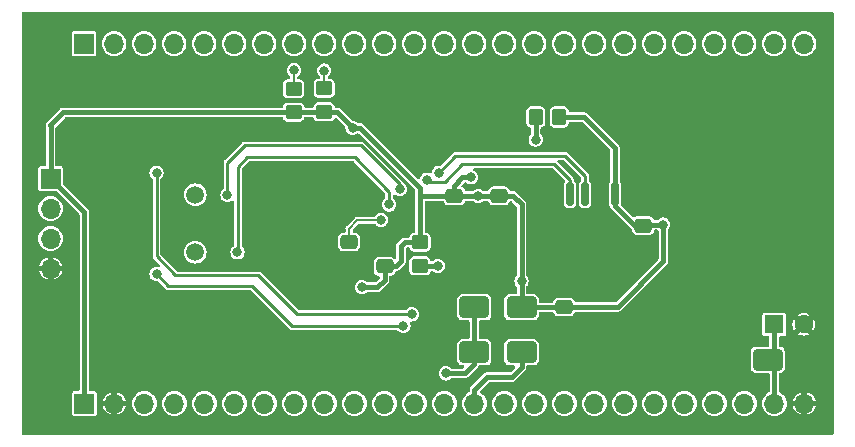
<source format=gbr>
%TF.GenerationSoftware,KiCad,Pcbnew,7.0.9*%
%TF.CreationDate,2024-02-20T11:35:56-03:00*%
%TF.ProjectId,CPU Stm32G431,43505520-5374-46d3-9332-473433312e6b,rev?*%
%TF.SameCoordinates,Original*%
%TF.FileFunction,Copper,L2,Bot*%
%TF.FilePolarity,Positive*%
%FSLAX46Y46*%
G04 Gerber Fmt 4.6, Leading zero omitted, Abs format (unit mm)*
G04 Created by KiCad (PCBNEW 7.0.9) date 2024-02-20 11:35:56*
%MOMM*%
%LPD*%
G01*
G04 APERTURE LIST*
G04 Aperture macros list*
%AMRoundRect*
0 Rectangle with rounded corners*
0 $1 Rounding radius*
0 $2 $3 $4 $5 $6 $7 $8 $9 X,Y pos of 4 corners*
0 Add a 4 corners polygon primitive as box body*
4,1,4,$2,$3,$4,$5,$6,$7,$8,$9,$2,$3,0*
0 Add four circle primitives for the rounded corners*
1,1,$1+$1,$2,$3*
1,1,$1+$1,$4,$5*
1,1,$1+$1,$6,$7*
1,1,$1+$1,$8,$9*
0 Add four rect primitives between the rounded corners*
20,1,$1+$1,$2,$3,$4,$5,0*
20,1,$1+$1,$4,$5,$6,$7,0*
20,1,$1+$1,$6,$7,$8,$9,0*
20,1,$1+$1,$8,$9,$2,$3,0*%
G04 Aperture macros list end*
%TA.AperFunction,ComponentPad*%
%ADD10R,1.600000X1.600000*%
%TD*%
%TA.AperFunction,ComponentPad*%
%ADD11C,1.600000*%
%TD*%
%TA.AperFunction,ComponentPad*%
%ADD12C,1.500000*%
%TD*%
%TA.AperFunction,ComponentPad*%
%ADD13R,1.700000X1.700000*%
%TD*%
%TA.AperFunction,ComponentPad*%
%ADD14O,1.700000X1.700000*%
%TD*%
%TA.AperFunction,SMDPad,CuDef*%
%ADD15RoundRect,0.250000X-0.475000X0.337500X-0.475000X-0.337500X0.475000X-0.337500X0.475000X0.337500X0*%
%TD*%
%TA.AperFunction,SMDPad,CuDef*%
%ADD16RoundRect,0.250000X-1.000000X-0.650000X1.000000X-0.650000X1.000000X0.650000X-1.000000X0.650000X0*%
%TD*%
%TA.AperFunction,SMDPad,CuDef*%
%ADD17RoundRect,0.150000X0.150000X-0.825000X0.150000X0.825000X-0.150000X0.825000X-0.150000X-0.825000X0*%
%TD*%
%TA.AperFunction,SMDPad,CuDef*%
%ADD18RoundRect,0.250000X-0.450000X0.350000X-0.450000X-0.350000X0.450000X-0.350000X0.450000X0.350000X0*%
%TD*%
%TA.AperFunction,SMDPad,CuDef*%
%ADD19RoundRect,0.250000X0.475000X-0.337500X0.475000X0.337500X-0.475000X0.337500X-0.475000X-0.337500X0*%
%TD*%
%TA.AperFunction,SMDPad,CuDef*%
%ADD20RoundRect,0.250000X1.000000X0.650000X-1.000000X0.650000X-1.000000X-0.650000X1.000000X-0.650000X0*%
%TD*%
%TA.AperFunction,SMDPad,CuDef*%
%ADD21RoundRect,0.250000X0.350000X0.450000X-0.350000X0.450000X-0.350000X-0.450000X0.350000X-0.450000X0*%
%TD*%
%TA.AperFunction,SMDPad,CuDef*%
%ADD22RoundRect,0.250000X0.450000X-0.350000X0.450000X0.350000X-0.450000X0.350000X-0.450000X-0.350000X0*%
%TD*%
%TA.AperFunction,ViaPad*%
%ADD23C,0.800000*%
%TD*%
%TA.AperFunction,Conductor*%
%ADD24C,0.250000*%
%TD*%
%TA.AperFunction,Conductor*%
%ADD25C,0.400000*%
%TD*%
%TA.AperFunction,Conductor*%
%ADD26C,0.200000*%
%TD*%
G04 APERTURE END LIST*
D10*
%TO.P,C5,1*%
%TO.N,VCC*%
X177774888Y-112970000D03*
D11*
%TO.P,C5,2*%
%TO.N,GND*%
X180274888Y-112970000D03*
%TD*%
D12*
%TO.P,Y1,1,1*%
%TO.N,OSC1*%
X128760000Y-106870000D03*
%TO.P,Y1,2,2*%
%TO.N,OSC2*%
X128760000Y-101990000D03*
%TD*%
D13*
%TO.P,J1,1,Pin_1*%
%TO.N,VDD*%
X116505000Y-100620000D03*
D14*
%TO.P,J1,2,Pin_2*%
%TO.N,/Mcu/SWDIO*%
X116505000Y-103160000D03*
%TO.P,J1,3,Pin_3*%
%TO.N,/Mcu/SWCLK*%
X116505000Y-105700000D03*
%TO.P,J1,4,Pin_4*%
%TO.N,GND*%
X116505000Y-108240000D03*
%TD*%
D15*
%TO.P,C11,1*%
%TO.N,GND*%
X144780000Y-105982500D03*
%TO.P,C11,2*%
%TO.N,VDD*%
X144780000Y-108057500D03*
%TD*%
D16*
%TO.P,D1,1,K*%
%TO.N,VDDBAT*%
X152380000Y-111520000D03*
%TO.P,D1,2,A*%
%TO.N,VDD*%
X156380000Y-111520000D03*
%TD*%
D17*
%TO.P,U3,1,A0*%
%TO.N,GND*%
X164285000Y-106895000D03*
%TO.P,U3,2,A1*%
X163015000Y-106895000D03*
%TO.P,U3,3,A2*%
X161745000Y-106895000D03*
%TO.P,U3,4,GND*%
X160475000Y-106895000D03*
%TO.P,U3,5,SDA*%
%TO.N,SDA*%
X160475000Y-101945000D03*
%TO.P,U3,6,SCL*%
%TO.N,SCL*%
X161745000Y-101945000D03*
%TO.P,U3,7,WP*%
%TO.N,GND*%
X163015000Y-101945000D03*
%TO.P,U3,8,VCC*%
%TO.N,VDD*%
X164285000Y-101945000D03*
%TD*%
D18*
%TO.P,R4,1*%
%TO.N,SDA*%
X137080000Y-93020000D03*
%TO.P,R4,2*%
%TO.N,VDD*%
X137080000Y-95020000D03*
%TD*%
D19*
%TO.P,C12,1*%
%TO.N,GND*%
X150680000Y-104157500D03*
%TO.P,C12,2*%
%TO.N,VDD*%
X150680000Y-102082500D03*
%TD*%
D13*
%TO.P,J2,1,Pin_1*%
%TO.N,VDD*%
X119370000Y-119670000D03*
D14*
%TO.P,J2,2,Pin_2*%
%TO.N,GND*%
X121910000Y-119670000D03*
%TO.P,J2,3,Pin_3*%
%TO.N,/Mcu/PA15*%
X124450000Y-119670000D03*
%TO.P,J2,4,Pin_4*%
%TO.N,/Mcu/PC10*%
X126990000Y-119670000D03*
%TO.P,J2,5,Pin_5*%
%TO.N,/Mcu/PC11*%
X129530000Y-119670000D03*
%TO.P,J2,6,Pin_6*%
%TO.N,/Mcu/PC12*%
X132070000Y-119670000D03*
%TO.P,J2,7,Pin_7*%
%TO.N,/Mcu/PD2*%
X134610000Y-119670000D03*
%TO.P,J2,8,Pin_8*%
%TO.N,/Mcu/PB3*%
X137150000Y-119670000D03*
%TO.P,J2,9,Pin_9*%
%TO.N,/Mcu/PB4*%
X139690000Y-119670000D03*
%TO.P,J2,10,Pin_10*%
%TO.N,/Mcu/PB5*%
X142230000Y-119670000D03*
%TO.P,J2,11,Pin_11*%
%TO.N,/Mcu/PB6*%
X144770000Y-119670000D03*
%TO.P,J2,12,Pin_12*%
%TO.N,/Mcu/PB7*%
X147310000Y-119670000D03*
%TO.P,J2,13,Pin_13*%
%TO.N,/Mcu/PB9*%
X149850000Y-119670000D03*
%TO.P,J2,14,Pin_14*%
%TO.N,VBT1*%
X152390000Y-119670000D03*
%TO.P,J2,15,Pin_15*%
%TO.N,/Mcu/PC13*%
X154930000Y-119670000D03*
%TO.P,J2,16,Pin_16*%
%TO.N,/Mcu/PC0*%
X157470000Y-119670000D03*
%TO.P,J2,17,Pin_17*%
%TO.N,/Mcu/PC1*%
X160010000Y-119670000D03*
%TO.P,J2,18,Pin_18*%
%TO.N,/Mcu/PC2*%
X162550000Y-119670000D03*
%TO.P,J2,19,Pin_19*%
%TO.N,/Mcu/PC3*%
X165090000Y-119670000D03*
%TO.P,J2,20,Pin_20*%
%TO.N,/Mcu/PA0*%
X167630000Y-119670000D03*
%TO.P,J2,21,Pin_21*%
%TO.N,/Mcu/PA1*%
X170170000Y-119670000D03*
%TO.P,J2,22,Pin_22*%
%TO.N,/Mcu/PA2*%
X172710000Y-119670000D03*
%TO.P,J2,23,Pin_23*%
%TO.N,/Mcu/PA3*%
X175250000Y-119670000D03*
%TO.P,J2,24,Pin_24*%
%TO.N,VCC*%
X177790000Y-119670000D03*
%TO.P,J2,25,Pin_25*%
%TO.N,GND*%
X180330000Y-119670000D03*
%TD*%
D16*
%TO.P,D2,1,K*%
%TO.N,VDDBAT*%
X152380000Y-115320000D03*
%TO.P,D2,2,A*%
%TO.N,VBT1*%
X156380000Y-115320000D03*
%TD*%
D19*
%TO.P,C9,1*%
%TO.N,GND*%
X159980000Y-113557500D03*
%TO.P,C9,2*%
%TO.N,VDD*%
X159980000Y-111482500D03*
%TD*%
D13*
%TO.P,J3,1,Pin_1*%
%TO.N,unconnected-(J3-Pin_1-Pad1)*%
X119340000Y-89190000D03*
D14*
%TO.P,J3,2,Pin_2*%
%TO.N,unconnected-(J3-Pin_2-Pad2)*%
X121880000Y-89190000D03*
%TO.P,J3,3,Pin_3*%
%TO.N,/Mcu/PA12*%
X124420000Y-89190000D03*
%TO.P,J3,4,Pin_4*%
%TO.N,/Mcu/PA11*%
X126960000Y-89190000D03*
%TO.P,J3,5,Pin_5*%
%TO.N,/Mcu/PA10*%
X129500000Y-89190000D03*
%TO.P,J3,6,Pin_6*%
%TO.N,/Mcu/PA9*%
X132040000Y-89190000D03*
%TO.P,J3,7,Pin_7*%
%TO.N,/Mcu/PA8*%
X134580000Y-89190000D03*
%TO.P,J3,8,Pin_8*%
%TO.N,SDA*%
X137120000Y-89190000D03*
%TO.P,J3,9,Pin_9*%
%TO.N,SCL*%
X139660000Y-89190000D03*
%TO.P,J3,10,Pin_10*%
%TO.N,/Mcu/PC7*%
X142200000Y-89190000D03*
%TO.P,J3,11,Pin_11*%
%TO.N,/Mcu/PC6*%
X144740000Y-89190000D03*
%TO.P,J3,12,Pin_12*%
%TO.N,/Mcu/PB15*%
X147280000Y-89190000D03*
%TO.P,J3,13,Pin_13*%
%TO.N,/Mcu/PB14*%
X149820000Y-89190000D03*
%TO.P,J3,14,Pin_14*%
%TO.N,/Mcu/PB13*%
X152360000Y-89190000D03*
%TO.P,J3,15,Pin_15*%
%TO.N,/Mcu/PB12*%
X154900000Y-89190000D03*
%TO.P,J3,16,Pin_16*%
%TO.N,/Mcu/PB11*%
X157440000Y-89190000D03*
%TO.P,J3,17,Pin_17*%
%TO.N,/Mcu/PB2*%
X159980000Y-89190000D03*
%TO.P,J3,18,Pin_18*%
%TO.N,/Mcu/PB1*%
X162520000Y-89190000D03*
%TO.P,J3,19,Pin_19*%
%TO.N,/Mcu/PB0*%
X165060000Y-89190000D03*
%TO.P,J3,20,Pin_20*%
%TO.N,/Mcu/PC5*%
X167600000Y-89190000D03*
%TO.P,J3,21,Pin_21*%
%TO.N,/Mcu/PC4*%
X170140000Y-89190000D03*
%TO.P,J3,22,Pin_22*%
%TO.N,/Mcu/PA7*%
X172680000Y-89190000D03*
%TO.P,J3,23,Pin_23*%
%TO.N,/Mcu/PA6*%
X175220000Y-89190000D03*
%TO.P,J3,24,Pin_24*%
%TO.N,/Mcu/PA5*%
X177760000Y-89190000D03*
%TO.P,J3,25,Pin_25*%
%TO.N,/Mcu/PA4*%
X180300000Y-89190000D03*
%TD*%
D19*
%TO.P,C17,1*%
%TO.N,GND*%
X166680000Y-106695000D03*
%TO.P,C17,2*%
%TO.N,VDD*%
X166680000Y-104620000D03*
%TD*%
%TO.P,C16,1*%
%TO.N,GND*%
X141780000Y-108057500D03*
%TO.P,C16,2*%
%TO.N,Net-(U2-PB8)*%
X141780000Y-105982500D03*
%TD*%
D20*
%TO.P,D5,1,A1*%
%TO.N,GND*%
X181240000Y-115970000D03*
%TO.P,D5,2,A2*%
%TO.N,VCC*%
X177240000Y-115970000D03*
%TD*%
D18*
%TO.P,R5,1*%
%TO.N,SCL*%
X139680000Y-92980000D03*
%TO.P,R5,2*%
%TO.N,VDD*%
X139680000Y-94980000D03*
%TD*%
D19*
%TO.P,C13,1*%
%TO.N,GND*%
X154480000Y-104157500D03*
%TO.P,C13,2*%
%TO.N,VDD*%
X154480000Y-102082500D03*
%TD*%
D21*
%TO.P,R2,1*%
%TO.N,VDD*%
X159580000Y-95420000D03*
%TO.P,R2,2*%
%TO.N,Net-(D3-A)*%
X157580000Y-95420000D03*
%TD*%
D22*
%TO.P,R1,1*%
%TO.N,/Mcu/NRST*%
X147780000Y-108020000D03*
%TO.P,R1,2*%
%TO.N,VDD*%
X147780000Y-106020000D03*
%TD*%
D23*
%TO.N,GND*%
X120800000Y-96370000D03*
X169910000Y-109750000D03*
X144710000Y-96370000D03*
X151880000Y-107620000D03*
X179090000Y-109750000D03*
X155490000Y-96370000D03*
X133680000Y-100220000D03*
X149020000Y-104160000D03*
X176270000Y-100890000D03*
X159780000Y-109760000D03*
X123700000Y-115560000D03*
X133680000Y-96370000D03*
X180810000Y-100840000D03*
X164300000Y-109760000D03*
X116510000Y-115610000D03*
%TO.N,OSC1*%
X132330000Y-106870000D03*
X145180000Y-102820000D03*
%TO.N,OSC2*%
X146080000Y-101520000D03*
X131480000Y-102020000D03*
%TO.N,RTC1*%
X125480000Y-108720000D03*
X146380000Y-113120000D03*
%TO.N,RTC2*%
X125480000Y-100120000D03*
X147080000Y-112120000D03*
%TO.N,VDD*%
X168380000Y-104520000D03*
X152080000Y-100520000D03*
X142080000Y-96320000D03*
X156380000Y-109320000D03*
X152717500Y-102082500D03*
X142880000Y-109820000D03*
%TO.N,/Mcu/NRST*%
X149280000Y-108020000D03*
%TO.N,Net-(U2-PB8)*%
X144480000Y-104120000D03*
%TO.N,VDDBAT*%
X149980000Y-117120000D03*
%TO.N,Net-(D3-A)*%
X157580000Y-97320000D03*
%TO.N,SDA*%
X137120000Y-91460000D03*
X148380000Y-100720000D03*
%TO.N,SCL*%
X149380000Y-100120000D03*
X139680000Y-91480000D03*
%TD*%
D24*
%TO.N,OSC1*%
X145180000Y-101720000D02*
X142280000Y-98820000D01*
X145180000Y-102820000D02*
X145180000Y-101720000D01*
X142280000Y-98820000D02*
X133180000Y-98820000D01*
X132380000Y-99620000D02*
X132380000Y-106820000D01*
X133180000Y-98820000D02*
X132380000Y-99620000D01*
X132380000Y-106820000D02*
X132330000Y-106870000D01*
%TO.N,OSC2*%
X131480000Y-99270000D02*
X131480000Y-102020000D01*
X146080000Y-101120000D02*
X142780000Y-97820000D01*
X146080000Y-101520000D02*
X146080000Y-101120000D01*
X142780000Y-97820000D02*
X132930000Y-97820000D01*
X132930000Y-97820000D02*
X131480000Y-99270000D01*
%TO.N,RTC1*%
X136980000Y-113120000D02*
X133580000Y-109720000D01*
X133580000Y-109720000D02*
X126480000Y-109720000D01*
X146380000Y-113120000D02*
X136980000Y-113120000D01*
X126480000Y-109720000D02*
X125480000Y-108720000D01*
%TO.N,RTC2*%
X134080000Y-108820000D02*
X127080000Y-108820000D01*
X137380000Y-112120000D02*
X134080000Y-108820000D01*
X125480000Y-107220000D02*
X125480000Y-100120000D01*
X127080000Y-108820000D02*
X125480000Y-107220000D01*
X147080000Y-112120000D02*
X137380000Y-112120000D01*
D25*
%TO.N,VCC*%
X177790000Y-116520000D02*
X177240000Y-115970000D01*
X177790000Y-119670000D02*
X177790000Y-116520000D01*
X177774888Y-115435112D02*
X177774888Y-113290000D01*
X177240000Y-115970000D02*
X177774888Y-115435112D01*
X177774888Y-113290000D02*
X177824888Y-113340000D01*
%TO.N,VDD*%
X116480000Y-96120000D02*
X116505000Y-96145000D01*
X165880000Y-104520000D02*
X168380000Y-104520000D01*
X116505000Y-96145000D02*
X116505000Y-100620000D01*
X147780000Y-102082500D02*
X150680000Y-102082500D01*
X155642500Y-102082500D02*
X154480000Y-102082500D01*
X144780000Y-109220000D02*
X144180000Y-109820000D01*
X156380000Y-111520000D02*
X159942500Y-111520000D01*
X142680000Y-96320000D02*
X142080000Y-96320000D01*
X119370000Y-120140000D02*
X119370000Y-103485000D01*
X164285000Y-101945000D02*
X164285000Y-102925000D01*
X168380000Y-107620000D02*
X168380000Y-104520000D01*
X119370000Y-103485000D02*
X116505000Y-100620000D01*
X147780000Y-101420000D02*
X142680000Y-96320000D01*
X147780000Y-102082500D02*
X147780000Y-101420000D01*
X144780000Y-108057500D02*
X144780000Y-109220000D01*
X156380000Y-102820000D02*
X155642500Y-102082500D01*
X161680000Y-95420000D02*
X164285000Y-98025000D01*
X146480000Y-106020000D02*
X147780000Y-106020000D01*
X146180000Y-106320000D02*
X146480000Y-106020000D01*
X151380000Y-100520000D02*
X152080000Y-100520000D01*
X137080000Y-95020000D02*
X140780000Y-95020000D01*
X150680000Y-101220000D02*
X151380000Y-100520000D01*
X159980000Y-111482500D02*
X164517500Y-111482500D01*
X152717500Y-102082500D02*
X150680000Y-102082500D01*
X164285000Y-102925000D02*
X165880000Y-104520000D01*
X164285000Y-98025000D02*
X164285000Y-101945000D01*
X159580000Y-95420000D02*
X161680000Y-95420000D01*
X147780000Y-106020000D02*
X147780000Y-102082500D01*
X144780000Y-108057500D02*
X145742500Y-108057500D01*
X156380000Y-111520000D02*
X156380000Y-102820000D01*
X164517500Y-111482500D02*
X168380000Y-107620000D01*
X152717500Y-102082500D02*
X154480000Y-102082500D01*
X150680000Y-102082500D02*
X150680000Y-101220000D01*
X137080000Y-95020000D02*
X117580000Y-95020000D01*
X145742500Y-108057500D02*
X146180000Y-107620000D01*
X117580000Y-95020000D02*
X116480000Y-96120000D01*
X159942500Y-111520000D02*
X159980000Y-111482500D01*
X140780000Y-95020000D02*
X142080000Y-96320000D01*
X146180000Y-107620000D02*
X146180000Y-106320000D01*
X144180000Y-109820000D02*
X142880000Y-109820000D01*
%TO.N,/Mcu/NRST*%
X147780000Y-108020000D02*
X149280000Y-108020000D01*
D26*
%TO.N,Net-(U2-PB8)*%
X141780000Y-105982500D02*
X141780000Y-104857500D01*
X144480000Y-104120000D02*
X144442500Y-104157500D01*
X144442500Y-104157500D02*
X142480000Y-104157500D01*
X141780000Y-104857500D02*
X142480000Y-104157500D01*
D25*
%TO.N,VDDBAT*%
X151580000Y-117120000D02*
X149980000Y-117120000D01*
X152380000Y-111520000D02*
X152380000Y-115320000D01*
X152380000Y-115320000D02*
X152380000Y-116320000D01*
D26*
X152390000Y-116030000D02*
X152380000Y-116020000D01*
D25*
X152380000Y-116320000D02*
X151580000Y-117120000D01*
%TO.N,VBT1*%
X152390000Y-118510000D02*
X153480000Y-117420000D01*
X152390000Y-120140000D02*
X152390000Y-118510000D01*
X153480000Y-117420000D02*
X155580000Y-117420000D01*
X155580000Y-117420000D02*
X156380000Y-116620000D01*
X156380000Y-116620000D02*
X156380000Y-115320000D01*
%TO.N,Net-(D3-A)*%
X157580000Y-95420000D02*
X157580000Y-97320000D01*
D24*
%TO.N,SDA*%
X151372893Y-99420000D02*
X149872893Y-100920000D01*
X160475000Y-101945000D02*
X160475000Y-100745000D01*
X148580000Y-100920000D02*
X148380000Y-100720000D01*
D26*
X137080000Y-91500000D02*
X137120000Y-91460000D01*
D24*
X149872893Y-100920000D02*
X148580000Y-100920000D01*
X160475000Y-100745000D02*
X159150000Y-99420000D01*
D26*
X137080000Y-93020000D02*
X137080000Y-91500000D01*
D24*
X159150000Y-99420000D02*
X151372893Y-99420000D01*
%TO.N,SCL*%
X161745000Y-100385000D02*
X161745000Y-101945000D01*
X160080000Y-98720000D02*
X161745000Y-100385000D01*
D26*
X139680000Y-92980000D02*
X139680000Y-91480000D01*
D24*
X149380000Y-100120000D02*
X150780000Y-98720000D01*
X150780000Y-98720000D02*
X160080000Y-98720000D01*
%TD*%
%TA.AperFunction,Conductor*%
%TO.N,GND*%
G36*
X182747539Y-86519685D02*
G01*
X182793294Y-86572489D01*
X182804500Y-86624000D01*
X182804500Y-122200500D01*
X182784815Y-122267539D01*
X182732011Y-122313294D01*
X182680500Y-122324500D01*
X114199500Y-122324500D01*
X114132461Y-122304815D01*
X114086706Y-122252011D01*
X114075500Y-122200500D01*
X114075500Y-107989999D01*
X115535839Y-107989999D01*
X115535840Y-107990000D01*
X116071314Y-107990000D01*
X116045507Y-108030156D01*
X116005000Y-108168111D01*
X116005000Y-108311889D01*
X116045507Y-108449844D01*
X116071314Y-108490000D01*
X115535840Y-108490000D01*
X115576652Y-108624541D01*
X115669503Y-108798253D01*
X115669507Y-108798260D01*
X115794471Y-108950528D01*
X115946739Y-109075491D01*
X116120465Y-109168349D01*
X116255000Y-109209159D01*
X116255000Y-108675501D01*
X116362685Y-108724680D01*
X116469237Y-108740000D01*
X116540763Y-108740000D01*
X116647315Y-108724680D01*
X116755000Y-108675501D01*
X116755000Y-109209159D01*
X116889534Y-109168349D01*
X117063260Y-109075491D01*
X117215528Y-108950528D01*
X117340492Y-108798260D01*
X117340496Y-108798253D01*
X117433347Y-108624541D01*
X117474160Y-108490000D01*
X116938686Y-108490000D01*
X116964493Y-108449844D01*
X117005000Y-108311889D01*
X117005000Y-108168111D01*
X116964493Y-108030156D01*
X116938686Y-107990000D01*
X117474160Y-107990000D01*
X117474160Y-107989999D01*
X117433347Y-107855458D01*
X117340496Y-107681746D01*
X117340492Y-107681739D01*
X117215528Y-107529471D01*
X117063260Y-107404507D01*
X117063253Y-107404503D01*
X116889541Y-107311652D01*
X116755000Y-107270839D01*
X116755000Y-107804498D01*
X116647315Y-107755320D01*
X116540763Y-107740000D01*
X116469237Y-107740000D01*
X116362685Y-107755320D01*
X116255000Y-107804498D01*
X116255000Y-107270839D01*
X116254999Y-107270839D01*
X116120458Y-107311652D01*
X115946746Y-107404503D01*
X115946739Y-107404507D01*
X115794471Y-107529471D01*
X115669507Y-107681739D01*
X115669503Y-107681746D01*
X115576652Y-107855458D01*
X115535839Y-107989999D01*
X114075500Y-107989999D01*
X114075500Y-105700000D01*
X115449417Y-105700000D01*
X115469699Y-105905932D01*
X115477987Y-105933253D01*
X115529768Y-106103954D01*
X115627315Y-106286450D01*
X115627317Y-106286452D01*
X115758589Y-106446410D01*
X115829372Y-106504499D01*
X115918550Y-106577685D01*
X116101046Y-106675232D01*
X116299066Y-106735300D01*
X116299065Y-106735300D01*
X116317529Y-106737118D01*
X116505000Y-106755583D01*
X116710934Y-106735300D01*
X116908954Y-106675232D01*
X117091450Y-106577685D01*
X117251410Y-106446410D01*
X117382685Y-106286450D01*
X117480232Y-106103954D01*
X117540300Y-105905934D01*
X117560583Y-105700000D01*
X117540300Y-105494066D01*
X117480232Y-105296046D01*
X117382685Y-105113550D01*
X117330702Y-105050209D01*
X117251410Y-104953589D01*
X117108906Y-104836641D01*
X117091450Y-104822315D01*
X116908954Y-104724768D01*
X116710934Y-104664700D01*
X116710932Y-104664699D01*
X116710934Y-104664699D01*
X116505000Y-104644417D01*
X116299067Y-104664699D01*
X116101043Y-104724769D01*
X116027276Y-104764199D01*
X115918550Y-104822315D01*
X115918548Y-104822316D01*
X115918547Y-104822317D01*
X115758589Y-104953589D01*
X115627317Y-105113547D01*
X115627315Y-105113550D01*
X115596937Y-105170382D01*
X115529769Y-105296043D01*
X115469699Y-105494067D01*
X115449417Y-105700000D01*
X114075500Y-105700000D01*
X114075500Y-103160000D01*
X115449417Y-103160000D01*
X115469699Y-103365932D01*
X115486576Y-103421567D01*
X115529768Y-103563954D01*
X115627315Y-103746450D01*
X115627317Y-103746452D01*
X115758589Y-103906410D01*
X115855209Y-103985702D01*
X115918550Y-104037685D01*
X116101046Y-104135232D01*
X116299066Y-104195300D01*
X116299065Y-104195300D01*
X116317529Y-104197118D01*
X116505000Y-104215583D01*
X116710934Y-104195300D01*
X116908954Y-104135232D01*
X117091450Y-104037685D01*
X117251410Y-103906410D01*
X117382685Y-103746450D01*
X117480232Y-103563954D01*
X117540300Y-103365934D01*
X117560583Y-103160000D01*
X117540300Y-102954066D01*
X117480232Y-102756046D01*
X117382685Y-102573550D01*
X117324528Y-102502685D01*
X117251410Y-102413589D01*
X117091452Y-102282317D01*
X117091453Y-102282317D01*
X117091450Y-102282315D01*
X116908954Y-102184768D01*
X116710934Y-102124700D01*
X116710932Y-102124699D01*
X116710934Y-102124699D01*
X116505000Y-102104417D01*
X116299067Y-102124699D01*
X116101043Y-102184769D01*
X115990898Y-102243643D01*
X115918550Y-102282315D01*
X115918548Y-102282316D01*
X115918547Y-102282317D01*
X115758589Y-102413589D01*
X115627456Y-102573378D01*
X115627315Y-102573550D01*
X115599450Y-102625682D01*
X115529769Y-102756043D01*
X115469699Y-102954067D01*
X115449417Y-103160000D01*
X114075500Y-103160000D01*
X114075500Y-101489752D01*
X115454500Y-101489752D01*
X115466131Y-101548229D01*
X115466132Y-101548230D01*
X115510447Y-101614552D01*
X115576769Y-101658867D01*
X115576770Y-101658868D01*
X115635247Y-101670499D01*
X115635250Y-101670500D01*
X115635252Y-101670500D01*
X116937745Y-101670500D01*
X117004784Y-101690185D01*
X117025426Y-101706819D01*
X118933181Y-103614574D01*
X118966666Y-103675897D01*
X118969500Y-103702255D01*
X118969500Y-118495500D01*
X118949815Y-118562539D01*
X118897011Y-118608294D01*
X118845500Y-118619500D01*
X118500247Y-118619500D01*
X118441770Y-118631131D01*
X118441769Y-118631132D01*
X118375447Y-118675447D01*
X118331132Y-118741769D01*
X118331131Y-118741770D01*
X118319500Y-118800247D01*
X118319500Y-120539752D01*
X118331131Y-120598229D01*
X118331132Y-120598230D01*
X118375447Y-120664552D01*
X118441769Y-120708867D01*
X118441770Y-120708868D01*
X118500247Y-120720499D01*
X118500250Y-120720500D01*
X118500252Y-120720500D01*
X120239750Y-120720500D01*
X120239751Y-120720499D01*
X120254568Y-120717552D01*
X120298229Y-120708868D01*
X120298229Y-120708867D01*
X120298231Y-120708867D01*
X120364552Y-120664552D01*
X120408867Y-120598231D01*
X120408867Y-120598229D01*
X120408868Y-120598229D01*
X120420499Y-120539752D01*
X120420500Y-120539750D01*
X120420500Y-119419999D01*
X120940839Y-119419999D01*
X120940840Y-119420000D01*
X121476314Y-119420000D01*
X121450507Y-119460156D01*
X121410000Y-119598111D01*
X121410000Y-119741889D01*
X121450507Y-119879844D01*
X121476314Y-119920000D01*
X120940840Y-119920000D01*
X120981652Y-120054541D01*
X121074503Y-120228253D01*
X121074507Y-120228260D01*
X121199471Y-120380528D01*
X121351739Y-120505491D01*
X121525465Y-120598349D01*
X121660000Y-120639159D01*
X121660000Y-120105501D01*
X121767685Y-120154680D01*
X121874237Y-120170000D01*
X121945763Y-120170000D01*
X122052315Y-120154680D01*
X122160000Y-120105501D01*
X122160000Y-120639159D01*
X122294534Y-120598349D01*
X122468260Y-120505491D01*
X122620528Y-120380528D01*
X122745492Y-120228260D01*
X122745496Y-120228253D01*
X122838347Y-120054541D01*
X122879160Y-119920000D01*
X122343686Y-119920000D01*
X122369493Y-119879844D01*
X122410000Y-119741889D01*
X122410000Y-119670000D01*
X123394417Y-119670000D01*
X123414699Y-119875932D01*
X123414700Y-119875934D01*
X123474768Y-120073954D01*
X123572315Y-120256450D01*
X123572317Y-120256452D01*
X123703589Y-120416410D01*
X123800209Y-120495702D01*
X123863550Y-120547685D01*
X124046046Y-120645232D01*
X124244066Y-120705300D01*
X124244065Y-120705300D01*
X124262529Y-120707118D01*
X124450000Y-120725583D01*
X124655934Y-120705300D01*
X124853954Y-120645232D01*
X125036450Y-120547685D01*
X125196410Y-120416410D01*
X125327685Y-120256450D01*
X125425232Y-120073954D01*
X125485300Y-119875934D01*
X125505583Y-119670000D01*
X125934417Y-119670000D01*
X125954699Y-119875932D01*
X125954700Y-119875934D01*
X126014768Y-120073954D01*
X126112315Y-120256450D01*
X126112317Y-120256452D01*
X126243589Y-120416410D01*
X126340209Y-120495702D01*
X126403550Y-120547685D01*
X126586046Y-120645232D01*
X126784066Y-120705300D01*
X126784065Y-120705300D01*
X126802529Y-120707118D01*
X126990000Y-120725583D01*
X127195934Y-120705300D01*
X127393954Y-120645232D01*
X127576450Y-120547685D01*
X127736410Y-120416410D01*
X127867685Y-120256450D01*
X127965232Y-120073954D01*
X128025300Y-119875934D01*
X128045583Y-119670000D01*
X128474417Y-119670000D01*
X128494699Y-119875932D01*
X128494700Y-119875934D01*
X128554768Y-120073954D01*
X128652315Y-120256450D01*
X128652317Y-120256452D01*
X128783589Y-120416410D01*
X128880209Y-120495702D01*
X128943550Y-120547685D01*
X129126046Y-120645232D01*
X129324066Y-120705300D01*
X129324065Y-120705300D01*
X129342529Y-120707118D01*
X129530000Y-120725583D01*
X129735934Y-120705300D01*
X129933954Y-120645232D01*
X130116450Y-120547685D01*
X130276410Y-120416410D01*
X130407685Y-120256450D01*
X130505232Y-120073954D01*
X130565300Y-119875934D01*
X130585583Y-119670000D01*
X131014417Y-119670000D01*
X131034699Y-119875932D01*
X131034700Y-119875934D01*
X131094768Y-120073954D01*
X131192315Y-120256450D01*
X131192317Y-120256452D01*
X131323589Y-120416410D01*
X131420209Y-120495702D01*
X131483550Y-120547685D01*
X131666046Y-120645232D01*
X131864066Y-120705300D01*
X131864065Y-120705300D01*
X131882529Y-120707118D01*
X132070000Y-120725583D01*
X132275934Y-120705300D01*
X132473954Y-120645232D01*
X132656450Y-120547685D01*
X132816410Y-120416410D01*
X132947685Y-120256450D01*
X133045232Y-120073954D01*
X133105300Y-119875934D01*
X133125583Y-119670000D01*
X133554417Y-119670000D01*
X133574699Y-119875932D01*
X133574700Y-119875934D01*
X133634768Y-120073954D01*
X133732315Y-120256450D01*
X133732317Y-120256452D01*
X133863589Y-120416410D01*
X133960209Y-120495702D01*
X134023550Y-120547685D01*
X134206046Y-120645232D01*
X134404066Y-120705300D01*
X134404065Y-120705300D01*
X134422529Y-120707118D01*
X134610000Y-120725583D01*
X134815934Y-120705300D01*
X135013954Y-120645232D01*
X135196450Y-120547685D01*
X135356410Y-120416410D01*
X135487685Y-120256450D01*
X135585232Y-120073954D01*
X135645300Y-119875934D01*
X135665583Y-119670000D01*
X136094417Y-119670000D01*
X136114699Y-119875932D01*
X136114700Y-119875934D01*
X136174768Y-120073954D01*
X136272315Y-120256450D01*
X136272317Y-120256452D01*
X136403589Y-120416410D01*
X136500209Y-120495702D01*
X136563550Y-120547685D01*
X136746046Y-120645232D01*
X136944066Y-120705300D01*
X136944065Y-120705300D01*
X136962529Y-120707118D01*
X137150000Y-120725583D01*
X137355934Y-120705300D01*
X137553954Y-120645232D01*
X137736450Y-120547685D01*
X137896410Y-120416410D01*
X138027685Y-120256450D01*
X138125232Y-120073954D01*
X138185300Y-119875934D01*
X138205583Y-119670000D01*
X138634417Y-119670000D01*
X138654699Y-119875932D01*
X138654700Y-119875934D01*
X138714768Y-120073954D01*
X138812315Y-120256450D01*
X138812317Y-120256452D01*
X138943589Y-120416410D01*
X139040209Y-120495702D01*
X139103550Y-120547685D01*
X139286046Y-120645232D01*
X139484066Y-120705300D01*
X139484065Y-120705300D01*
X139502529Y-120707118D01*
X139690000Y-120725583D01*
X139895934Y-120705300D01*
X140093954Y-120645232D01*
X140276450Y-120547685D01*
X140436410Y-120416410D01*
X140567685Y-120256450D01*
X140665232Y-120073954D01*
X140725300Y-119875934D01*
X140745583Y-119670000D01*
X141174417Y-119670000D01*
X141194699Y-119875932D01*
X141194700Y-119875934D01*
X141254768Y-120073954D01*
X141352315Y-120256450D01*
X141352317Y-120256452D01*
X141483589Y-120416410D01*
X141580209Y-120495702D01*
X141643550Y-120547685D01*
X141826046Y-120645232D01*
X142024066Y-120705300D01*
X142024065Y-120705300D01*
X142042529Y-120707118D01*
X142230000Y-120725583D01*
X142435934Y-120705300D01*
X142633954Y-120645232D01*
X142816450Y-120547685D01*
X142976410Y-120416410D01*
X143107685Y-120256450D01*
X143205232Y-120073954D01*
X143265300Y-119875934D01*
X143285583Y-119670000D01*
X143714417Y-119670000D01*
X143734699Y-119875932D01*
X143734700Y-119875934D01*
X143794768Y-120073954D01*
X143892315Y-120256450D01*
X143892317Y-120256452D01*
X144023589Y-120416410D01*
X144120209Y-120495702D01*
X144183550Y-120547685D01*
X144366046Y-120645232D01*
X144564066Y-120705300D01*
X144564065Y-120705300D01*
X144582529Y-120707118D01*
X144770000Y-120725583D01*
X144975934Y-120705300D01*
X145173954Y-120645232D01*
X145356450Y-120547685D01*
X145516410Y-120416410D01*
X145647685Y-120256450D01*
X145745232Y-120073954D01*
X145805300Y-119875934D01*
X145825583Y-119670000D01*
X146254417Y-119670000D01*
X146274699Y-119875932D01*
X146274700Y-119875934D01*
X146334768Y-120073954D01*
X146432315Y-120256450D01*
X146432317Y-120256452D01*
X146563589Y-120416410D01*
X146660209Y-120495702D01*
X146723550Y-120547685D01*
X146906046Y-120645232D01*
X147104066Y-120705300D01*
X147104065Y-120705300D01*
X147122529Y-120707118D01*
X147310000Y-120725583D01*
X147515934Y-120705300D01*
X147713954Y-120645232D01*
X147896450Y-120547685D01*
X148056410Y-120416410D01*
X148187685Y-120256450D01*
X148285232Y-120073954D01*
X148345300Y-119875934D01*
X148365583Y-119670000D01*
X148794417Y-119670000D01*
X148814699Y-119875932D01*
X148814700Y-119875934D01*
X148874768Y-120073954D01*
X148972315Y-120256450D01*
X148972317Y-120256452D01*
X149103589Y-120416410D01*
X149200209Y-120495702D01*
X149263550Y-120547685D01*
X149446046Y-120645232D01*
X149644066Y-120705300D01*
X149644065Y-120705300D01*
X149662529Y-120707118D01*
X149850000Y-120725583D01*
X150055934Y-120705300D01*
X150253954Y-120645232D01*
X150436450Y-120547685D01*
X150596410Y-120416410D01*
X150727685Y-120256450D01*
X150825232Y-120073954D01*
X150885300Y-119875934D01*
X150905583Y-119670000D01*
X151334417Y-119670000D01*
X151354699Y-119875932D01*
X151354700Y-119875934D01*
X151414768Y-120073954D01*
X151512315Y-120256450D01*
X151512317Y-120256452D01*
X151643589Y-120416410D01*
X151740209Y-120495702D01*
X151803550Y-120547685D01*
X151986046Y-120645232D01*
X152184066Y-120705300D01*
X152184065Y-120705300D01*
X152202529Y-120707118D01*
X152390000Y-120725583D01*
X152595934Y-120705300D01*
X152793954Y-120645232D01*
X152976450Y-120547685D01*
X153136410Y-120416410D01*
X153267685Y-120256450D01*
X153365232Y-120073954D01*
X153425300Y-119875934D01*
X153445583Y-119670000D01*
X153874417Y-119670000D01*
X153894699Y-119875932D01*
X153894700Y-119875934D01*
X153954768Y-120073954D01*
X154052315Y-120256450D01*
X154052317Y-120256452D01*
X154183589Y-120416410D01*
X154280209Y-120495702D01*
X154343550Y-120547685D01*
X154526046Y-120645232D01*
X154724066Y-120705300D01*
X154724065Y-120705300D01*
X154742529Y-120707118D01*
X154930000Y-120725583D01*
X155135934Y-120705300D01*
X155333954Y-120645232D01*
X155516450Y-120547685D01*
X155676410Y-120416410D01*
X155807685Y-120256450D01*
X155905232Y-120073954D01*
X155965300Y-119875934D01*
X155985583Y-119670000D01*
X156414417Y-119670000D01*
X156434699Y-119875932D01*
X156434700Y-119875934D01*
X156494768Y-120073954D01*
X156592315Y-120256450D01*
X156592317Y-120256452D01*
X156723589Y-120416410D01*
X156820209Y-120495702D01*
X156883550Y-120547685D01*
X157066046Y-120645232D01*
X157264066Y-120705300D01*
X157264065Y-120705300D01*
X157282529Y-120707118D01*
X157470000Y-120725583D01*
X157675934Y-120705300D01*
X157873954Y-120645232D01*
X158056450Y-120547685D01*
X158216410Y-120416410D01*
X158347685Y-120256450D01*
X158445232Y-120073954D01*
X158505300Y-119875934D01*
X158525583Y-119670000D01*
X158954417Y-119670000D01*
X158974699Y-119875932D01*
X158974700Y-119875934D01*
X159034768Y-120073954D01*
X159132315Y-120256450D01*
X159132317Y-120256452D01*
X159263589Y-120416410D01*
X159360209Y-120495702D01*
X159423550Y-120547685D01*
X159606046Y-120645232D01*
X159804066Y-120705300D01*
X159804065Y-120705300D01*
X159822529Y-120707118D01*
X160010000Y-120725583D01*
X160215934Y-120705300D01*
X160413954Y-120645232D01*
X160596450Y-120547685D01*
X160756410Y-120416410D01*
X160887685Y-120256450D01*
X160985232Y-120073954D01*
X161045300Y-119875934D01*
X161065583Y-119670000D01*
X161494417Y-119670000D01*
X161514699Y-119875932D01*
X161514700Y-119875934D01*
X161574768Y-120073954D01*
X161672315Y-120256450D01*
X161672317Y-120256452D01*
X161803589Y-120416410D01*
X161900209Y-120495702D01*
X161963550Y-120547685D01*
X162146046Y-120645232D01*
X162344066Y-120705300D01*
X162344065Y-120705300D01*
X162362529Y-120707118D01*
X162550000Y-120725583D01*
X162755934Y-120705300D01*
X162953954Y-120645232D01*
X163136450Y-120547685D01*
X163296410Y-120416410D01*
X163427685Y-120256450D01*
X163525232Y-120073954D01*
X163585300Y-119875934D01*
X163605583Y-119670000D01*
X164034417Y-119670000D01*
X164054699Y-119875932D01*
X164054700Y-119875934D01*
X164114768Y-120073954D01*
X164212315Y-120256450D01*
X164212317Y-120256452D01*
X164343589Y-120416410D01*
X164440209Y-120495702D01*
X164503550Y-120547685D01*
X164686046Y-120645232D01*
X164884066Y-120705300D01*
X164884065Y-120705300D01*
X164902529Y-120707118D01*
X165090000Y-120725583D01*
X165295934Y-120705300D01*
X165493954Y-120645232D01*
X165676450Y-120547685D01*
X165836410Y-120416410D01*
X165967685Y-120256450D01*
X166065232Y-120073954D01*
X166125300Y-119875934D01*
X166145583Y-119670000D01*
X166574417Y-119670000D01*
X166594699Y-119875932D01*
X166594700Y-119875934D01*
X166654768Y-120073954D01*
X166752315Y-120256450D01*
X166752317Y-120256452D01*
X166883589Y-120416410D01*
X166980209Y-120495702D01*
X167043550Y-120547685D01*
X167226046Y-120645232D01*
X167424066Y-120705300D01*
X167424065Y-120705300D01*
X167442529Y-120707118D01*
X167630000Y-120725583D01*
X167835934Y-120705300D01*
X168033954Y-120645232D01*
X168216450Y-120547685D01*
X168376410Y-120416410D01*
X168507685Y-120256450D01*
X168605232Y-120073954D01*
X168665300Y-119875934D01*
X168685583Y-119670000D01*
X169114417Y-119670000D01*
X169134699Y-119875932D01*
X169134700Y-119875934D01*
X169194768Y-120073954D01*
X169292315Y-120256450D01*
X169292317Y-120256452D01*
X169423589Y-120416410D01*
X169520209Y-120495702D01*
X169583550Y-120547685D01*
X169766046Y-120645232D01*
X169964066Y-120705300D01*
X169964065Y-120705300D01*
X169982529Y-120707118D01*
X170170000Y-120725583D01*
X170375934Y-120705300D01*
X170573954Y-120645232D01*
X170756450Y-120547685D01*
X170916410Y-120416410D01*
X171047685Y-120256450D01*
X171145232Y-120073954D01*
X171205300Y-119875934D01*
X171225583Y-119670000D01*
X171654417Y-119670000D01*
X171674699Y-119875932D01*
X171674700Y-119875934D01*
X171734768Y-120073954D01*
X171832315Y-120256450D01*
X171832317Y-120256452D01*
X171963589Y-120416410D01*
X172060209Y-120495702D01*
X172123550Y-120547685D01*
X172306046Y-120645232D01*
X172504066Y-120705300D01*
X172504065Y-120705300D01*
X172522529Y-120707118D01*
X172710000Y-120725583D01*
X172915934Y-120705300D01*
X173113954Y-120645232D01*
X173296450Y-120547685D01*
X173456410Y-120416410D01*
X173587685Y-120256450D01*
X173685232Y-120073954D01*
X173745300Y-119875934D01*
X173765583Y-119670000D01*
X174194417Y-119670000D01*
X174214699Y-119875932D01*
X174214700Y-119875934D01*
X174274768Y-120073954D01*
X174372315Y-120256450D01*
X174372317Y-120256452D01*
X174503589Y-120416410D01*
X174600209Y-120495702D01*
X174663550Y-120547685D01*
X174846046Y-120645232D01*
X175044066Y-120705300D01*
X175044065Y-120705300D01*
X175062529Y-120707118D01*
X175250000Y-120725583D01*
X175455934Y-120705300D01*
X175653954Y-120645232D01*
X175836450Y-120547685D01*
X175996410Y-120416410D01*
X176127685Y-120256450D01*
X176225232Y-120073954D01*
X176285300Y-119875934D01*
X176305583Y-119670000D01*
X176285300Y-119464066D01*
X176225232Y-119266046D01*
X176127685Y-119083550D01*
X176025857Y-118959471D01*
X175996410Y-118923589D01*
X175846121Y-118800252D01*
X175836450Y-118792315D01*
X175653954Y-118694768D01*
X175455934Y-118634700D01*
X175455932Y-118634699D01*
X175455934Y-118634699D01*
X175250000Y-118614417D01*
X175044067Y-118634699D01*
X174846043Y-118694769D01*
X174783954Y-118727957D01*
X174663550Y-118792315D01*
X174663548Y-118792316D01*
X174663547Y-118792317D01*
X174503589Y-118923589D01*
X174372317Y-119083547D01*
X174274769Y-119266043D01*
X174214699Y-119464067D01*
X174194417Y-119670000D01*
X173765583Y-119670000D01*
X173745300Y-119464066D01*
X173685232Y-119266046D01*
X173587685Y-119083550D01*
X173485857Y-118959471D01*
X173456410Y-118923589D01*
X173306121Y-118800252D01*
X173296450Y-118792315D01*
X173113954Y-118694768D01*
X172915934Y-118634700D01*
X172915932Y-118634699D01*
X172915934Y-118634699D01*
X172710000Y-118614417D01*
X172504067Y-118634699D01*
X172306043Y-118694769D01*
X172243954Y-118727957D01*
X172123550Y-118792315D01*
X172123548Y-118792316D01*
X172123547Y-118792317D01*
X171963589Y-118923589D01*
X171832317Y-119083547D01*
X171734769Y-119266043D01*
X171674699Y-119464067D01*
X171654417Y-119670000D01*
X171225583Y-119670000D01*
X171205300Y-119464066D01*
X171145232Y-119266046D01*
X171047685Y-119083550D01*
X170945857Y-118959471D01*
X170916410Y-118923589D01*
X170766121Y-118800252D01*
X170756450Y-118792315D01*
X170573954Y-118694768D01*
X170375934Y-118634700D01*
X170375932Y-118634699D01*
X170375934Y-118634699D01*
X170170000Y-118614417D01*
X169964067Y-118634699D01*
X169766043Y-118694769D01*
X169703954Y-118727957D01*
X169583550Y-118792315D01*
X169583548Y-118792316D01*
X169583547Y-118792317D01*
X169423589Y-118923589D01*
X169292317Y-119083547D01*
X169194769Y-119266043D01*
X169134699Y-119464067D01*
X169114417Y-119670000D01*
X168685583Y-119670000D01*
X168665300Y-119464066D01*
X168605232Y-119266046D01*
X168507685Y-119083550D01*
X168405857Y-118959471D01*
X168376410Y-118923589D01*
X168226121Y-118800252D01*
X168216450Y-118792315D01*
X168033954Y-118694768D01*
X167835934Y-118634700D01*
X167835932Y-118634699D01*
X167835934Y-118634699D01*
X167630000Y-118614417D01*
X167424067Y-118634699D01*
X167226043Y-118694769D01*
X167163954Y-118727957D01*
X167043550Y-118792315D01*
X167043548Y-118792316D01*
X167043547Y-118792317D01*
X166883589Y-118923589D01*
X166752317Y-119083547D01*
X166654769Y-119266043D01*
X166594699Y-119464067D01*
X166574417Y-119670000D01*
X166145583Y-119670000D01*
X166125300Y-119464066D01*
X166065232Y-119266046D01*
X165967685Y-119083550D01*
X165865857Y-118959471D01*
X165836410Y-118923589D01*
X165686121Y-118800252D01*
X165676450Y-118792315D01*
X165493954Y-118694768D01*
X165295934Y-118634700D01*
X165295932Y-118634699D01*
X165295934Y-118634699D01*
X165090000Y-118614417D01*
X164884067Y-118634699D01*
X164686043Y-118694769D01*
X164623954Y-118727957D01*
X164503550Y-118792315D01*
X164503548Y-118792316D01*
X164503547Y-118792317D01*
X164343589Y-118923589D01*
X164212317Y-119083547D01*
X164114769Y-119266043D01*
X164054699Y-119464067D01*
X164034417Y-119670000D01*
X163605583Y-119670000D01*
X163585300Y-119464066D01*
X163525232Y-119266046D01*
X163427685Y-119083550D01*
X163325857Y-118959471D01*
X163296410Y-118923589D01*
X163146121Y-118800252D01*
X163136450Y-118792315D01*
X162953954Y-118694768D01*
X162755934Y-118634700D01*
X162755932Y-118634699D01*
X162755934Y-118634699D01*
X162550000Y-118614417D01*
X162344067Y-118634699D01*
X162146043Y-118694769D01*
X162083954Y-118727957D01*
X161963550Y-118792315D01*
X161963548Y-118792316D01*
X161963547Y-118792317D01*
X161803589Y-118923589D01*
X161672317Y-119083547D01*
X161574769Y-119266043D01*
X161514699Y-119464067D01*
X161494417Y-119670000D01*
X161065583Y-119670000D01*
X161045300Y-119464066D01*
X160985232Y-119266046D01*
X160887685Y-119083550D01*
X160785857Y-118959471D01*
X160756410Y-118923589D01*
X160606121Y-118800252D01*
X160596450Y-118792315D01*
X160413954Y-118694768D01*
X160215934Y-118634700D01*
X160215932Y-118634699D01*
X160215934Y-118634699D01*
X160010000Y-118614417D01*
X159804067Y-118634699D01*
X159606043Y-118694769D01*
X159543954Y-118727957D01*
X159423550Y-118792315D01*
X159423548Y-118792316D01*
X159423547Y-118792317D01*
X159263589Y-118923589D01*
X159132317Y-119083547D01*
X159034769Y-119266043D01*
X158974699Y-119464067D01*
X158954417Y-119670000D01*
X158525583Y-119670000D01*
X158505300Y-119464066D01*
X158445232Y-119266046D01*
X158347685Y-119083550D01*
X158245857Y-118959471D01*
X158216410Y-118923589D01*
X158066121Y-118800252D01*
X158056450Y-118792315D01*
X157873954Y-118694768D01*
X157675934Y-118634700D01*
X157675932Y-118634699D01*
X157675934Y-118634699D01*
X157470000Y-118614417D01*
X157264067Y-118634699D01*
X157066043Y-118694769D01*
X157003954Y-118727957D01*
X156883550Y-118792315D01*
X156883548Y-118792316D01*
X156883547Y-118792317D01*
X156723589Y-118923589D01*
X156592317Y-119083547D01*
X156494769Y-119266043D01*
X156434699Y-119464067D01*
X156414417Y-119670000D01*
X155985583Y-119670000D01*
X155965300Y-119464066D01*
X155905232Y-119266046D01*
X155807685Y-119083550D01*
X155705857Y-118959471D01*
X155676410Y-118923589D01*
X155526121Y-118800252D01*
X155516450Y-118792315D01*
X155333954Y-118694768D01*
X155135934Y-118634700D01*
X155135932Y-118634699D01*
X155135934Y-118634699D01*
X154930000Y-118614417D01*
X154724067Y-118634699D01*
X154526043Y-118694769D01*
X154463954Y-118727957D01*
X154343550Y-118792315D01*
X154343548Y-118792316D01*
X154343547Y-118792317D01*
X154183589Y-118923589D01*
X154052317Y-119083547D01*
X153954769Y-119266043D01*
X153894699Y-119464067D01*
X153874417Y-119670000D01*
X153445583Y-119670000D01*
X153425300Y-119464066D01*
X153365232Y-119266046D01*
X153267685Y-119083550D01*
X153165857Y-118959471D01*
X153136410Y-118923589D01*
X152986121Y-118800252D01*
X152976450Y-118792315D01*
X152926852Y-118765804D01*
X152877009Y-118716842D01*
X152861549Y-118648704D01*
X152885381Y-118583025D01*
X152897619Y-118568773D01*
X153609574Y-117856819D01*
X153670897Y-117823334D01*
X153697255Y-117820500D01*
X155643431Y-117820500D01*
X155643433Y-117820500D01*
X155664501Y-117813654D01*
X155683417Y-117809112D01*
X155705304Y-117805646D01*
X155725044Y-117795586D01*
X155743011Y-117788144D01*
X155764090Y-117781296D01*
X155782026Y-117768263D01*
X155798588Y-117758114D01*
X155818342Y-117748050D01*
X155833834Y-117732557D01*
X155833841Y-117732552D01*
X156692552Y-116873841D01*
X156692557Y-116873834D01*
X156708050Y-116858342D01*
X156718109Y-116838598D01*
X156728269Y-116822018D01*
X156741296Y-116804089D01*
X156748142Y-116783017D01*
X156755588Y-116765043D01*
X156765645Y-116745305D01*
X156765646Y-116745304D01*
X156769112Y-116723416D01*
X156773651Y-116704510D01*
X156780500Y-116683433D01*
X156780500Y-116674269D01*
X175789500Y-116674269D01*
X175792353Y-116704699D01*
X175792353Y-116704701D01*
X175833403Y-116822011D01*
X175837207Y-116832882D01*
X175917850Y-116942150D01*
X176027118Y-117022793D01*
X176050247Y-117030886D01*
X176155299Y-117067646D01*
X176185730Y-117070500D01*
X176185734Y-117070500D01*
X177265500Y-117070500D01*
X177332539Y-117090185D01*
X177378294Y-117142989D01*
X177389500Y-117194500D01*
X177389500Y-118618599D01*
X177369815Y-118685638D01*
X177323953Y-118727957D01*
X177203550Y-118792315D01*
X177203548Y-118792316D01*
X177203547Y-118792317D01*
X177043589Y-118923589D01*
X176912317Y-119083547D01*
X176814769Y-119266043D01*
X176754699Y-119464067D01*
X176734417Y-119670000D01*
X176754699Y-119875932D01*
X176754700Y-119875934D01*
X176814768Y-120073954D01*
X176912315Y-120256450D01*
X176912317Y-120256452D01*
X177043589Y-120416410D01*
X177140209Y-120495702D01*
X177203550Y-120547685D01*
X177386046Y-120645232D01*
X177584066Y-120705300D01*
X177584065Y-120705300D01*
X177602529Y-120707118D01*
X177790000Y-120725583D01*
X177995934Y-120705300D01*
X178193954Y-120645232D01*
X178376450Y-120547685D01*
X178536410Y-120416410D01*
X178667685Y-120256450D01*
X178765232Y-120073954D01*
X178825300Y-119875934D01*
X178845583Y-119670000D01*
X178825300Y-119464066D01*
X178811933Y-119419999D01*
X179360839Y-119419999D01*
X179360840Y-119420000D01*
X179896314Y-119420000D01*
X179870507Y-119460156D01*
X179830000Y-119598111D01*
X179830000Y-119741889D01*
X179870507Y-119879844D01*
X179896314Y-119920000D01*
X179360840Y-119920000D01*
X179401652Y-120054541D01*
X179494503Y-120228253D01*
X179494507Y-120228260D01*
X179619471Y-120380528D01*
X179771739Y-120505491D01*
X179945465Y-120598349D01*
X180080000Y-120639159D01*
X180080000Y-120105501D01*
X180187685Y-120154680D01*
X180294237Y-120170000D01*
X180365763Y-120170000D01*
X180472315Y-120154680D01*
X180580000Y-120105501D01*
X180580000Y-120639159D01*
X180714534Y-120598349D01*
X180888260Y-120505491D01*
X181040528Y-120380528D01*
X181165492Y-120228260D01*
X181165496Y-120228253D01*
X181258347Y-120054541D01*
X181299160Y-119920000D01*
X180763686Y-119920000D01*
X180789493Y-119879844D01*
X180830000Y-119741889D01*
X180830000Y-119598111D01*
X180789493Y-119460156D01*
X180763686Y-119420000D01*
X181299160Y-119420000D01*
X181299160Y-119419999D01*
X181258347Y-119285458D01*
X181165496Y-119111746D01*
X181165492Y-119111739D01*
X181040528Y-118959471D01*
X180888260Y-118834507D01*
X180888253Y-118834503D01*
X180714541Y-118741652D01*
X180580000Y-118700839D01*
X180580000Y-119234498D01*
X180472315Y-119185320D01*
X180365763Y-119170000D01*
X180294237Y-119170000D01*
X180187685Y-119185320D01*
X180080000Y-119234498D01*
X180080000Y-118700839D01*
X180079999Y-118700839D01*
X179945458Y-118741652D01*
X179771746Y-118834503D01*
X179771739Y-118834507D01*
X179619471Y-118959471D01*
X179494507Y-119111739D01*
X179494503Y-119111746D01*
X179401652Y-119285458D01*
X179360839Y-119419999D01*
X178811933Y-119419999D01*
X178765232Y-119266046D01*
X178667685Y-119083550D01*
X178565857Y-118959471D01*
X178536410Y-118923589D01*
X178386121Y-118800252D01*
X178376450Y-118792315D01*
X178256046Y-118727957D01*
X178206202Y-118678994D01*
X178190500Y-118618599D01*
X178190500Y-117193146D01*
X178210185Y-117126107D01*
X178262989Y-117080352D01*
X178302919Y-117069688D01*
X178324699Y-117067646D01*
X178324701Y-117067645D01*
X178324704Y-117067645D01*
X178419842Y-117034354D01*
X178452882Y-117022793D01*
X178562150Y-116942150D01*
X178642793Y-116832882D01*
X178666531Y-116765043D01*
X178687646Y-116704701D01*
X178687646Y-116704699D01*
X178690500Y-116674269D01*
X178690500Y-115265730D01*
X178687646Y-115235300D01*
X178687646Y-115235298D01*
X178642793Y-115107119D01*
X178642792Y-115107117D01*
X178562150Y-114997850D01*
X178452882Y-114917207D01*
X178452880Y-114917206D01*
X178324700Y-114872353D01*
X178294263Y-114869499D01*
X178293592Y-114869468D01*
X178293466Y-114869424D01*
X178291380Y-114869229D01*
X178291427Y-114868720D01*
X178227546Y-114846672D01*
X178184309Y-114791787D01*
X178175388Y-114745604D01*
X178175388Y-114094500D01*
X178195073Y-114027461D01*
X178247877Y-113981706D01*
X178299388Y-113970500D01*
X178594638Y-113970500D01*
X178594639Y-113970499D01*
X178609456Y-113967552D01*
X178653117Y-113958868D01*
X178653117Y-113958867D01*
X178653119Y-113958867D01*
X178719440Y-113914552D01*
X178763755Y-113848231D01*
X178763755Y-113848229D01*
X178763756Y-113848229D01*
X178775387Y-113789752D01*
X178775388Y-113789750D01*
X178775388Y-112970000D01*
X179320291Y-112970000D01*
X179338632Y-113156230D01*
X179392956Y-113335311D01*
X179449757Y-113441576D01*
X179876934Y-113014400D01*
X179889723Y-113095148D01*
X179947247Y-113208045D01*
X180036843Y-113297641D01*
X180149740Y-113355165D01*
X180230487Y-113367953D01*
X179803310Y-113795130D01*
X179909576Y-113851931D01*
X180088657Y-113906255D01*
X180274888Y-113924596D01*
X180461118Y-113906255D01*
X180640199Y-113851931D01*
X180746465Y-113795130D01*
X180746465Y-113795129D01*
X180319289Y-113367953D01*
X180400036Y-113355165D01*
X180512933Y-113297641D01*
X180602529Y-113208045D01*
X180660053Y-113095148D01*
X180672841Y-113014400D01*
X181100017Y-113441577D01*
X181100018Y-113441577D01*
X181156819Y-113335311D01*
X181211143Y-113156230D01*
X181229484Y-112970000D01*
X181211143Y-112783769D01*
X181156819Y-112604688D01*
X181100018Y-112498422D01*
X180672841Y-112925598D01*
X180660053Y-112844852D01*
X180602529Y-112731955D01*
X180512933Y-112642359D01*
X180400036Y-112584835D01*
X180319289Y-112572046D01*
X180746464Y-112144869D01*
X180640199Y-112088068D01*
X180461118Y-112033744D01*
X180274888Y-112015403D01*
X180088657Y-112033744D01*
X179909580Y-112088067D01*
X179803310Y-112144869D01*
X180230487Y-112572046D01*
X180149740Y-112584835D01*
X180036843Y-112642359D01*
X179947247Y-112731955D01*
X179889723Y-112844852D01*
X179876934Y-112925599D01*
X179449757Y-112498422D01*
X179392955Y-112604692D01*
X179338632Y-112783769D01*
X179320291Y-112970000D01*
X178775388Y-112970000D01*
X178775388Y-112150249D01*
X178775387Y-112150247D01*
X178763756Y-112091770D01*
X178763755Y-112091769D01*
X178719440Y-112025447D01*
X178653118Y-111981132D01*
X178653117Y-111981131D01*
X178594640Y-111969500D01*
X178594636Y-111969500D01*
X176955140Y-111969500D01*
X176955135Y-111969500D01*
X176896658Y-111981131D01*
X176896657Y-111981132D01*
X176830335Y-112025447D01*
X176786020Y-112091769D01*
X176786019Y-112091770D01*
X176774388Y-112150247D01*
X176774388Y-113789752D01*
X176786019Y-113848229D01*
X176786020Y-113848230D01*
X176830335Y-113914552D01*
X176896657Y-113958867D01*
X176896658Y-113958868D01*
X176955135Y-113970499D01*
X176955138Y-113970500D01*
X176955140Y-113970500D01*
X177250388Y-113970500D01*
X177317427Y-113990185D01*
X177363182Y-114042989D01*
X177374388Y-114094500D01*
X177374388Y-114745500D01*
X177354703Y-114812539D01*
X177301899Y-114858294D01*
X177250388Y-114869500D01*
X176185730Y-114869500D01*
X176155300Y-114872353D01*
X176155298Y-114872353D01*
X176027119Y-114917206D01*
X176027117Y-114917207D01*
X175917850Y-114997850D01*
X175837207Y-115107117D01*
X175837206Y-115107119D01*
X175792353Y-115235298D01*
X175792353Y-115235300D01*
X175789500Y-115265730D01*
X175789500Y-116674269D01*
X156780500Y-116674269D01*
X156780500Y-116556567D01*
X156780500Y-116544500D01*
X156800185Y-116477461D01*
X156852989Y-116431706D01*
X156904500Y-116420500D01*
X157434270Y-116420500D01*
X157464699Y-116417646D01*
X157464701Y-116417646D01*
X157528790Y-116395219D01*
X157592882Y-116372793D01*
X157702150Y-116292150D01*
X157782793Y-116182882D01*
X157805219Y-116118790D01*
X157827646Y-116054701D01*
X157827646Y-116054699D01*
X157830500Y-116024269D01*
X157830500Y-114615730D01*
X157827646Y-114585300D01*
X157827646Y-114585298D01*
X157782793Y-114457119D01*
X157782792Y-114457117D01*
X157702150Y-114347850D01*
X157592882Y-114267207D01*
X157592880Y-114267206D01*
X157464700Y-114222353D01*
X157434270Y-114219500D01*
X157434266Y-114219500D01*
X155325734Y-114219500D01*
X155325730Y-114219500D01*
X155295300Y-114222353D01*
X155295298Y-114222353D01*
X155167119Y-114267206D01*
X155167117Y-114267207D01*
X155057850Y-114347850D01*
X154977207Y-114457117D01*
X154977206Y-114457119D01*
X154932353Y-114585298D01*
X154932353Y-114585300D01*
X154929500Y-114615730D01*
X154929500Y-116024269D01*
X154932353Y-116054699D01*
X154932353Y-116054701D01*
X154977206Y-116182880D01*
X154977207Y-116182882D01*
X155057850Y-116292150D01*
X155167118Y-116372793D01*
X155209845Y-116387744D01*
X155295299Y-116417646D01*
X155325730Y-116420500D01*
X155325734Y-116420500D01*
X155713745Y-116420500D01*
X155780784Y-116440185D01*
X155826539Y-116492989D01*
X155836483Y-116562147D01*
X155807458Y-116625703D01*
X155801426Y-116632181D01*
X155450426Y-116983181D01*
X155389103Y-117016666D01*
X155362745Y-117019500D01*
X153543433Y-117019500D01*
X153416567Y-117019500D01*
X153416564Y-117019500D01*
X153416562Y-117019501D01*
X153395490Y-117026347D01*
X153376582Y-117030886D01*
X153354698Y-117034353D01*
X153354694Y-117034354D01*
X153334951Y-117044413D01*
X153316987Y-117051854D01*
X153295911Y-117058703D01*
X153277985Y-117071727D01*
X153261400Y-117081890D01*
X153241659Y-117091948D01*
X153241659Y-117091949D01*
X153219094Y-117114513D01*
X152084513Y-118249094D01*
X152061949Y-118271659D01*
X152061948Y-118271660D01*
X152051891Y-118291397D01*
X152041731Y-118307977D01*
X152028706Y-118325905D01*
X152028703Y-118325910D01*
X152021854Y-118346988D01*
X152014413Y-118364952D01*
X152004354Y-118384695D01*
X152000887Y-118406582D01*
X151996347Y-118425491D01*
X151989500Y-118446567D01*
X151989500Y-118618599D01*
X151969815Y-118685638D01*
X151923953Y-118727957D01*
X151803550Y-118792315D01*
X151803548Y-118792316D01*
X151803547Y-118792317D01*
X151643589Y-118923589D01*
X151512317Y-119083547D01*
X151414769Y-119266043D01*
X151354699Y-119464067D01*
X151334417Y-119670000D01*
X150905583Y-119670000D01*
X150885300Y-119464066D01*
X150825232Y-119266046D01*
X150727685Y-119083550D01*
X150625857Y-118959471D01*
X150596410Y-118923589D01*
X150446121Y-118800252D01*
X150436450Y-118792315D01*
X150253954Y-118694768D01*
X150055934Y-118634700D01*
X150055932Y-118634699D01*
X150055934Y-118634699D01*
X149850000Y-118614417D01*
X149644067Y-118634699D01*
X149446043Y-118694769D01*
X149383954Y-118727957D01*
X149263550Y-118792315D01*
X149263548Y-118792316D01*
X149263547Y-118792317D01*
X149103589Y-118923589D01*
X148972317Y-119083547D01*
X148874769Y-119266043D01*
X148814699Y-119464067D01*
X148794417Y-119670000D01*
X148365583Y-119670000D01*
X148345300Y-119464066D01*
X148285232Y-119266046D01*
X148187685Y-119083550D01*
X148085857Y-118959471D01*
X148056410Y-118923589D01*
X147906121Y-118800252D01*
X147896450Y-118792315D01*
X147713954Y-118694768D01*
X147515934Y-118634700D01*
X147515932Y-118634699D01*
X147515934Y-118634699D01*
X147310000Y-118614417D01*
X147104067Y-118634699D01*
X146906043Y-118694769D01*
X146843954Y-118727957D01*
X146723550Y-118792315D01*
X146723548Y-118792316D01*
X146723547Y-118792317D01*
X146563589Y-118923589D01*
X146432317Y-119083547D01*
X146334769Y-119266043D01*
X146274699Y-119464067D01*
X146254417Y-119670000D01*
X145825583Y-119670000D01*
X145805300Y-119464066D01*
X145745232Y-119266046D01*
X145647685Y-119083550D01*
X145545857Y-118959471D01*
X145516410Y-118923589D01*
X145366121Y-118800252D01*
X145356450Y-118792315D01*
X145173954Y-118694768D01*
X144975934Y-118634700D01*
X144975932Y-118634699D01*
X144975934Y-118634699D01*
X144770000Y-118614417D01*
X144564067Y-118634699D01*
X144366043Y-118694769D01*
X144303954Y-118727957D01*
X144183550Y-118792315D01*
X144183548Y-118792316D01*
X144183547Y-118792317D01*
X144023589Y-118923589D01*
X143892317Y-119083547D01*
X143794769Y-119266043D01*
X143734699Y-119464067D01*
X143714417Y-119670000D01*
X143285583Y-119670000D01*
X143265300Y-119464066D01*
X143205232Y-119266046D01*
X143107685Y-119083550D01*
X143005857Y-118959471D01*
X142976410Y-118923589D01*
X142826121Y-118800252D01*
X142816450Y-118792315D01*
X142633954Y-118694768D01*
X142435934Y-118634700D01*
X142435932Y-118634699D01*
X142435934Y-118634699D01*
X142230000Y-118614417D01*
X142024067Y-118634699D01*
X141826043Y-118694769D01*
X141763954Y-118727957D01*
X141643550Y-118792315D01*
X141643548Y-118792316D01*
X141643547Y-118792317D01*
X141483589Y-118923589D01*
X141352317Y-119083547D01*
X141254769Y-119266043D01*
X141194699Y-119464067D01*
X141174417Y-119670000D01*
X140745583Y-119670000D01*
X140725300Y-119464066D01*
X140665232Y-119266046D01*
X140567685Y-119083550D01*
X140465857Y-118959471D01*
X140436410Y-118923589D01*
X140286121Y-118800252D01*
X140276450Y-118792315D01*
X140093954Y-118694768D01*
X139895934Y-118634700D01*
X139895932Y-118634699D01*
X139895934Y-118634699D01*
X139690000Y-118614417D01*
X139484067Y-118634699D01*
X139286043Y-118694769D01*
X139223954Y-118727957D01*
X139103550Y-118792315D01*
X139103548Y-118792316D01*
X139103547Y-118792317D01*
X138943589Y-118923589D01*
X138812317Y-119083547D01*
X138714769Y-119266043D01*
X138654699Y-119464067D01*
X138634417Y-119670000D01*
X138205583Y-119670000D01*
X138185300Y-119464066D01*
X138125232Y-119266046D01*
X138027685Y-119083550D01*
X137925857Y-118959471D01*
X137896410Y-118923589D01*
X137746121Y-118800252D01*
X137736450Y-118792315D01*
X137553954Y-118694768D01*
X137355934Y-118634700D01*
X137355932Y-118634699D01*
X137355934Y-118634699D01*
X137150000Y-118614417D01*
X136944067Y-118634699D01*
X136746043Y-118694769D01*
X136683954Y-118727957D01*
X136563550Y-118792315D01*
X136563548Y-118792316D01*
X136563547Y-118792317D01*
X136403589Y-118923589D01*
X136272317Y-119083547D01*
X136174769Y-119266043D01*
X136114699Y-119464067D01*
X136094417Y-119670000D01*
X135665583Y-119670000D01*
X135645300Y-119464066D01*
X135585232Y-119266046D01*
X135487685Y-119083550D01*
X135385857Y-118959471D01*
X135356410Y-118923589D01*
X135206121Y-118800252D01*
X135196450Y-118792315D01*
X135013954Y-118694768D01*
X134815934Y-118634700D01*
X134815932Y-118634699D01*
X134815934Y-118634699D01*
X134610000Y-118614417D01*
X134404067Y-118634699D01*
X134206043Y-118694769D01*
X134143954Y-118727957D01*
X134023550Y-118792315D01*
X134023548Y-118792316D01*
X134023547Y-118792317D01*
X133863589Y-118923589D01*
X133732317Y-119083547D01*
X133634769Y-119266043D01*
X133574699Y-119464067D01*
X133554417Y-119670000D01*
X133125583Y-119670000D01*
X133105300Y-119464066D01*
X133045232Y-119266046D01*
X132947685Y-119083550D01*
X132845857Y-118959471D01*
X132816410Y-118923589D01*
X132666121Y-118800252D01*
X132656450Y-118792315D01*
X132473954Y-118694768D01*
X132275934Y-118634700D01*
X132275932Y-118634699D01*
X132275934Y-118634699D01*
X132070000Y-118614417D01*
X131864067Y-118634699D01*
X131666043Y-118694769D01*
X131603954Y-118727957D01*
X131483550Y-118792315D01*
X131483548Y-118792316D01*
X131483547Y-118792317D01*
X131323589Y-118923589D01*
X131192317Y-119083547D01*
X131094769Y-119266043D01*
X131034699Y-119464067D01*
X131014417Y-119670000D01*
X130585583Y-119670000D01*
X130565300Y-119464066D01*
X130505232Y-119266046D01*
X130407685Y-119083550D01*
X130305857Y-118959471D01*
X130276410Y-118923589D01*
X130126121Y-118800252D01*
X130116450Y-118792315D01*
X129933954Y-118694768D01*
X129735934Y-118634700D01*
X129735932Y-118634699D01*
X129735934Y-118634699D01*
X129530000Y-118614417D01*
X129324067Y-118634699D01*
X129126043Y-118694769D01*
X129063954Y-118727957D01*
X128943550Y-118792315D01*
X128943548Y-118792316D01*
X128943547Y-118792317D01*
X128783589Y-118923589D01*
X128652317Y-119083547D01*
X128554769Y-119266043D01*
X128494699Y-119464067D01*
X128474417Y-119670000D01*
X128045583Y-119670000D01*
X128025300Y-119464066D01*
X127965232Y-119266046D01*
X127867685Y-119083550D01*
X127765857Y-118959471D01*
X127736410Y-118923589D01*
X127586121Y-118800252D01*
X127576450Y-118792315D01*
X127393954Y-118694768D01*
X127195934Y-118634700D01*
X127195932Y-118634699D01*
X127195934Y-118634699D01*
X126990000Y-118614417D01*
X126784067Y-118634699D01*
X126586043Y-118694769D01*
X126523954Y-118727957D01*
X126403550Y-118792315D01*
X126403548Y-118792316D01*
X126403547Y-118792317D01*
X126243589Y-118923589D01*
X126112317Y-119083547D01*
X126014769Y-119266043D01*
X125954699Y-119464067D01*
X125934417Y-119670000D01*
X125505583Y-119670000D01*
X125485300Y-119464066D01*
X125425232Y-119266046D01*
X125327685Y-119083550D01*
X125225857Y-118959471D01*
X125196410Y-118923589D01*
X125046121Y-118800252D01*
X125036450Y-118792315D01*
X124853954Y-118694768D01*
X124655934Y-118634700D01*
X124655932Y-118634699D01*
X124655934Y-118634699D01*
X124450000Y-118614417D01*
X124244067Y-118634699D01*
X124046043Y-118694769D01*
X123983954Y-118727957D01*
X123863550Y-118792315D01*
X123863548Y-118792316D01*
X123863547Y-118792317D01*
X123703589Y-118923589D01*
X123572317Y-119083547D01*
X123474769Y-119266043D01*
X123414699Y-119464067D01*
X123394417Y-119670000D01*
X122410000Y-119670000D01*
X122410000Y-119598111D01*
X122369493Y-119460156D01*
X122343686Y-119420000D01*
X122879160Y-119420000D01*
X122879160Y-119419999D01*
X122838347Y-119285458D01*
X122745496Y-119111746D01*
X122745492Y-119111739D01*
X122620528Y-118959471D01*
X122468260Y-118834507D01*
X122468253Y-118834503D01*
X122294541Y-118741652D01*
X122160000Y-118700839D01*
X122160000Y-119234498D01*
X122052315Y-119185320D01*
X121945763Y-119170000D01*
X121874237Y-119170000D01*
X121767685Y-119185320D01*
X121660000Y-119234498D01*
X121660000Y-118700839D01*
X121659999Y-118700839D01*
X121525458Y-118741652D01*
X121351746Y-118834503D01*
X121351739Y-118834507D01*
X121199471Y-118959471D01*
X121074507Y-119111739D01*
X121074503Y-119111746D01*
X120981652Y-119285458D01*
X120940839Y-119419999D01*
X120420500Y-119419999D01*
X120420500Y-118800249D01*
X120420499Y-118800247D01*
X120408868Y-118741770D01*
X120408867Y-118741769D01*
X120364552Y-118675447D01*
X120298230Y-118631132D01*
X120298229Y-118631131D01*
X120239752Y-118619500D01*
X120239748Y-118619500D01*
X119894500Y-118619500D01*
X119827461Y-118599815D01*
X119781706Y-118547011D01*
X119770500Y-118495500D01*
X119770500Y-117120001D01*
X149374318Y-117120001D01*
X149394955Y-117276760D01*
X149394956Y-117276762D01*
X149455464Y-117422841D01*
X149551718Y-117548282D01*
X149677159Y-117644536D01*
X149823238Y-117705044D01*
X149901619Y-117715363D01*
X149979999Y-117725682D01*
X149980000Y-117725682D01*
X149980001Y-117725682D01*
X150032254Y-117718802D01*
X150136762Y-117705044D01*
X150282841Y-117644536D01*
X150408282Y-117548282D01*
X150408283Y-117548279D01*
X150411093Y-117546124D01*
X150476263Y-117520930D01*
X150486580Y-117520500D01*
X151643431Y-117520500D01*
X151643433Y-117520500D01*
X151664501Y-117513654D01*
X151683417Y-117509112D01*
X151705304Y-117505646D01*
X151725044Y-117495586D01*
X151743011Y-117488144D01*
X151764090Y-117481296D01*
X151782026Y-117468263D01*
X151798588Y-117458114D01*
X151818342Y-117448050D01*
X151833834Y-117432557D01*
X151833841Y-117432552D01*
X152692552Y-116573841D01*
X152692557Y-116573834D01*
X152708050Y-116558342D01*
X152718109Y-116538598D01*
X152728269Y-116522018D01*
X152741296Y-116504089D01*
X152741298Y-116504080D01*
X152745729Y-116495389D01*
X152747411Y-116496246D01*
X152780047Y-116448512D01*
X152844404Y-116421309D01*
X152858547Y-116420500D01*
X153434270Y-116420500D01*
X153464699Y-116417646D01*
X153464701Y-116417646D01*
X153528790Y-116395219D01*
X153592882Y-116372793D01*
X153702150Y-116292150D01*
X153782793Y-116182882D01*
X153805219Y-116118790D01*
X153827646Y-116054701D01*
X153827646Y-116054699D01*
X153830500Y-116024269D01*
X153830500Y-114615730D01*
X153827646Y-114585300D01*
X153827646Y-114585298D01*
X153782793Y-114457119D01*
X153782792Y-114457117D01*
X153702150Y-114347850D01*
X153592882Y-114267207D01*
X153592880Y-114267206D01*
X153464700Y-114222353D01*
X153434270Y-114219500D01*
X153434266Y-114219500D01*
X152904500Y-114219500D01*
X152837461Y-114199815D01*
X152791706Y-114147011D01*
X152780500Y-114095500D01*
X152780500Y-112744500D01*
X152800185Y-112677461D01*
X152852989Y-112631706D01*
X152904500Y-112620500D01*
X153434270Y-112620500D01*
X153464699Y-112617646D01*
X153464701Y-112617646D01*
X153551860Y-112587147D01*
X153592882Y-112572793D01*
X153702150Y-112492150D01*
X153782793Y-112382882D01*
X153819927Y-112276760D01*
X153827646Y-112254701D01*
X153827646Y-112254699D01*
X153830500Y-112224269D01*
X153830500Y-110815730D01*
X153827646Y-110785300D01*
X153827646Y-110785298D01*
X153782793Y-110657119D01*
X153782792Y-110657117D01*
X153702150Y-110547850D01*
X153592882Y-110467207D01*
X153592880Y-110467206D01*
X153464700Y-110422353D01*
X153434270Y-110419500D01*
X153434266Y-110419500D01*
X151325734Y-110419500D01*
X151325730Y-110419500D01*
X151295300Y-110422353D01*
X151295298Y-110422353D01*
X151167119Y-110467206D01*
X151167117Y-110467207D01*
X151057850Y-110547850D01*
X150977207Y-110657117D01*
X150977206Y-110657119D01*
X150932353Y-110785298D01*
X150932353Y-110785300D01*
X150929500Y-110815730D01*
X150929500Y-112224269D01*
X150932353Y-112254699D01*
X150932353Y-112254701D01*
X150977206Y-112382880D01*
X150977207Y-112382882D01*
X151057850Y-112492150D01*
X151167118Y-112572793D01*
X151201532Y-112584835D01*
X151295299Y-112617646D01*
X151325730Y-112620500D01*
X151325734Y-112620500D01*
X151855500Y-112620500D01*
X151922539Y-112640185D01*
X151968294Y-112692989D01*
X151979500Y-112744500D01*
X151979500Y-114095500D01*
X151959815Y-114162539D01*
X151907011Y-114208294D01*
X151855500Y-114219500D01*
X151325730Y-114219500D01*
X151295300Y-114222353D01*
X151295298Y-114222353D01*
X151167119Y-114267206D01*
X151167117Y-114267207D01*
X151057850Y-114347850D01*
X150977207Y-114457117D01*
X150977206Y-114457119D01*
X150932353Y-114585298D01*
X150932353Y-114585300D01*
X150929500Y-114615730D01*
X150929500Y-116024269D01*
X150932353Y-116054699D01*
X150932353Y-116054701D01*
X150977206Y-116182880D01*
X150977207Y-116182882D01*
X151057850Y-116292150D01*
X151167118Y-116372793D01*
X151209845Y-116387744D01*
X151295299Y-116417646D01*
X151325730Y-116420500D01*
X151325734Y-116420500D01*
X151413745Y-116420500D01*
X151480784Y-116440185D01*
X151526539Y-116492989D01*
X151536483Y-116562147D01*
X151507458Y-116625703D01*
X151501426Y-116632181D01*
X151450426Y-116683181D01*
X151389103Y-116716666D01*
X151362745Y-116719500D01*
X150486580Y-116719500D01*
X150419541Y-116699815D01*
X150411093Y-116693876D01*
X150408283Y-116691720D01*
X150408282Y-116691718D01*
X150282841Y-116595464D01*
X150188935Y-116556567D01*
X150136762Y-116534956D01*
X150136760Y-116534955D01*
X149980001Y-116514318D01*
X149979999Y-116514318D01*
X149823239Y-116534955D01*
X149823237Y-116534956D01*
X149677160Y-116595463D01*
X149551718Y-116691718D01*
X149455463Y-116817160D01*
X149394956Y-116963237D01*
X149394955Y-116963239D01*
X149374318Y-117119998D01*
X149374318Y-117120001D01*
X119770500Y-117120001D01*
X119770500Y-108720001D01*
X124874318Y-108720001D01*
X124894955Y-108876760D01*
X124894956Y-108876762D01*
X124953109Y-109017157D01*
X124955464Y-109022841D01*
X125051718Y-109148282D01*
X125177159Y-109244536D01*
X125323238Y-109305044D01*
X125351548Y-109308771D01*
X125479999Y-109325682D01*
X125480000Y-109325682D01*
X125480001Y-109325682D01*
X125523172Y-109319998D01*
X125547818Y-109316753D01*
X125616853Y-109327518D01*
X125651685Y-109352011D01*
X126237863Y-109938189D01*
X126241518Y-109942178D01*
X126267541Y-109973190D01*
X126267543Y-109973191D01*
X126267545Y-109973194D01*
X126267547Y-109973195D01*
X126267548Y-109973196D01*
X126302599Y-109993433D01*
X126307162Y-109996339D01*
X126340316Y-110019554D01*
X126340319Y-110019554D01*
X126345176Y-110021820D01*
X126361933Y-110028760D01*
X126366953Y-110030587D01*
X126366955Y-110030588D01*
X126402806Y-110036909D01*
X126406808Y-110037615D01*
X126412080Y-110038783D01*
X126451193Y-110049264D01*
X126491522Y-110045735D01*
X126496924Y-110045500D01*
X133393812Y-110045500D01*
X133460851Y-110065185D01*
X133481493Y-110081819D01*
X136737863Y-113338189D01*
X136741518Y-113342178D01*
X136767541Y-113373190D01*
X136767543Y-113373191D01*
X136767545Y-113373194D01*
X136767547Y-113373195D01*
X136767548Y-113373196D01*
X136802599Y-113393433D01*
X136807162Y-113396339D01*
X136840316Y-113419554D01*
X136840319Y-113419554D01*
X136845176Y-113421820D01*
X136861933Y-113428760D01*
X136866953Y-113430587D01*
X136866955Y-113430588D01*
X136906830Y-113437618D01*
X136912087Y-113438784D01*
X136951193Y-113449263D01*
X136991510Y-113445735D01*
X136996912Y-113445500D01*
X145811701Y-113445500D01*
X145878740Y-113465185D01*
X145910076Y-113494013D01*
X145951718Y-113548282D01*
X146077159Y-113644536D01*
X146223238Y-113705044D01*
X146301619Y-113715363D01*
X146379999Y-113725682D01*
X146380000Y-113725682D01*
X146380001Y-113725682D01*
X146432254Y-113718802D01*
X146536762Y-113705044D01*
X146682841Y-113644536D01*
X146808282Y-113548282D01*
X146904536Y-113422841D01*
X146965044Y-113276762D01*
X146985682Y-113120000D01*
X146965044Y-112963238D01*
X146936528Y-112894396D01*
X146929060Y-112824929D01*
X146960335Y-112762449D01*
X147020424Y-112726797D01*
X147067277Y-112724007D01*
X147076783Y-112725258D01*
X147079999Y-112725682D01*
X147080000Y-112725682D01*
X147080001Y-112725682D01*
X147132254Y-112718802D01*
X147236762Y-112705044D01*
X147382841Y-112644536D01*
X147508282Y-112548282D01*
X147604536Y-112422841D01*
X147665044Y-112276762D01*
X147685682Y-112120000D01*
X147681965Y-112091770D01*
X147665044Y-111963239D01*
X147665044Y-111963238D01*
X147604536Y-111817159D01*
X147508282Y-111691718D01*
X147382841Y-111595464D01*
X147236762Y-111534956D01*
X147236760Y-111534955D01*
X147080001Y-111514318D01*
X147079999Y-111514318D01*
X146923239Y-111534955D01*
X146923237Y-111534956D01*
X146777160Y-111595463D01*
X146651716Y-111691719D01*
X146610077Y-111745986D01*
X146553649Y-111787189D01*
X146511701Y-111794500D01*
X137566188Y-111794500D01*
X137499149Y-111774815D01*
X137478507Y-111758181D01*
X135901621Y-110181295D01*
X134322119Y-108601793D01*
X134318474Y-108597814D01*
X134292456Y-108566807D01*
X134292455Y-108566806D01*
X134281058Y-108560226D01*
X134257392Y-108546561D01*
X134252831Y-108543655D01*
X134239687Y-108534452D01*
X134219684Y-108520446D01*
X134219681Y-108520445D01*
X134214861Y-108518197D01*
X134198055Y-108511235D01*
X134193043Y-108509411D01*
X134153190Y-108502383D01*
X134147910Y-108501212D01*
X134108808Y-108490735D01*
X134073892Y-108493790D01*
X134068481Y-108494264D01*
X134063078Y-108494500D01*
X127266188Y-108494500D01*
X127199149Y-108474815D01*
X127178507Y-108458181D01*
X125841819Y-107121493D01*
X125808334Y-107060170D01*
X125805500Y-107033812D01*
X125805500Y-106870000D01*
X127804901Y-106870000D01*
X127823252Y-107056331D01*
X127823253Y-107056333D01*
X127877604Y-107235502D01*
X127965862Y-107400623D01*
X127965864Y-107400626D01*
X128084642Y-107545357D01*
X128229373Y-107664135D01*
X128229376Y-107664137D01*
X128381229Y-107745303D01*
X128394499Y-107752396D01*
X128564904Y-107804088D01*
X128573666Y-107806746D01*
X128573668Y-107806747D01*
X128590374Y-107808392D01*
X128760000Y-107825099D01*
X128946331Y-107806747D01*
X129125501Y-107752396D01*
X129290625Y-107664136D01*
X129435357Y-107545357D01*
X129554136Y-107400625D01*
X129642396Y-107235501D01*
X129696747Y-107056331D01*
X129715099Y-106870000D01*
X129696747Y-106683669D01*
X129642396Y-106504499D01*
X129608839Y-106441718D01*
X129554137Y-106339376D01*
X129554135Y-106339373D01*
X129435357Y-106194642D01*
X129290626Y-106075864D01*
X129290623Y-106075862D01*
X129125502Y-105987604D01*
X128946333Y-105933253D01*
X128946331Y-105933252D01*
X128760000Y-105914901D01*
X128573668Y-105933252D01*
X128573666Y-105933253D01*
X128394497Y-105987604D01*
X128229376Y-106075862D01*
X128229373Y-106075864D01*
X128084642Y-106194642D01*
X127965864Y-106339373D01*
X127965862Y-106339376D01*
X127877604Y-106504497D01*
X127823253Y-106683666D01*
X127823252Y-106683668D01*
X127804901Y-106870000D01*
X125805500Y-106870000D01*
X125805500Y-101990000D01*
X127804901Y-101990000D01*
X127823252Y-102176331D01*
X127823253Y-102176333D01*
X127877604Y-102355502D01*
X127965862Y-102520623D01*
X127965864Y-102520626D01*
X128084642Y-102665357D01*
X128229373Y-102784135D01*
X128229376Y-102784137D01*
X128394497Y-102872395D01*
X128394499Y-102872396D01*
X128573666Y-102926746D01*
X128573668Y-102926747D01*
X128590374Y-102928392D01*
X128760000Y-102945099D01*
X128946331Y-102926747D01*
X129125501Y-102872396D01*
X129290625Y-102784136D01*
X129435357Y-102665357D01*
X129554136Y-102520625D01*
X129642396Y-102355501D01*
X129696747Y-102176331D01*
X129712144Y-102020001D01*
X130874318Y-102020001D01*
X130894955Y-102176760D01*
X130894956Y-102176762D01*
X130951325Y-102312850D01*
X130955464Y-102322841D01*
X131051718Y-102448282D01*
X131177159Y-102544536D01*
X131323238Y-102605044D01*
X131361559Y-102610089D01*
X131479999Y-102625682D01*
X131480000Y-102625682D01*
X131480001Y-102625682D01*
X131532254Y-102618802D01*
X131636762Y-102605044D01*
X131782841Y-102544536D01*
X131855014Y-102489155D01*
X131920182Y-102463961D01*
X131988627Y-102477999D01*
X132038617Y-102526812D01*
X132054500Y-102587531D01*
X132054500Y-106263334D01*
X132034815Y-106330373D01*
X132005987Y-106361709D01*
X131979527Y-106382013D01*
X131901718Y-106441718D01*
X131805463Y-106567160D01*
X131744956Y-106713237D01*
X131744955Y-106713239D01*
X131724318Y-106869998D01*
X131724318Y-106870001D01*
X131744955Y-107026760D01*
X131744956Y-107026762D01*
X131805464Y-107172841D01*
X131901718Y-107298282D01*
X132027159Y-107394536D01*
X132173238Y-107455044D01*
X132251619Y-107465363D01*
X132329999Y-107475682D01*
X132330000Y-107475682D01*
X132330001Y-107475682D01*
X132382254Y-107468802D01*
X132486762Y-107455044D01*
X132632841Y-107394536D01*
X132758282Y-107298282D01*
X132854536Y-107172841D01*
X132915044Y-107026762D01*
X132935682Y-106870000D01*
X132915044Y-106713238D01*
X132854536Y-106567159D01*
X132758282Y-106441718D01*
X132756284Y-106440185D01*
X132754012Y-106438441D01*
X132712810Y-106382013D01*
X132711460Y-106374269D01*
X140854500Y-106374269D01*
X140857353Y-106404699D01*
X140857353Y-106404701D01*
X140892275Y-106504499D01*
X140902207Y-106532882D01*
X140982850Y-106642150D01*
X141092118Y-106722793D01*
X141127861Y-106735300D01*
X141220299Y-106767646D01*
X141250730Y-106770500D01*
X141250734Y-106770500D01*
X142309270Y-106770500D01*
X142339699Y-106767646D01*
X142339701Y-106767646D01*
X142403790Y-106745219D01*
X142467882Y-106722793D01*
X142577150Y-106642150D01*
X142657793Y-106532882D01*
X142690229Y-106440185D01*
X142702646Y-106404701D01*
X142702646Y-106404699D01*
X142705500Y-106374269D01*
X142705500Y-105590730D01*
X142702646Y-105560300D01*
X142702646Y-105560298D01*
X142657793Y-105432119D01*
X142657792Y-105432117D01*
X142639993Y-105408000D01*
X142577150Y-105322850D01*
X142467882Y-105242207D01*
X142467880Y-105242206D01*
X142339700Y-105197353D01*
X142309270Y-105194500D01*
X142309266Y-105194500D01*
X142204500Y-105194500D01*
X142137461Y-105174815D01*
X142091706Y-105122011D01*
X142080500Y-105070500D01*
X142080500Y-105033333D01*
X142100185Y-104966294D01*
X142116819Y-104945652D01*
X142568152Y-104494319D01*
X142629475Y-104460834D01*
X142655833Y-104458000D01*
X143921292Y-104458000D01*
X143988331Y-104477685D01*
X144019667Y-104506513D01*
X144051718Y-104548282D01*
X144177159Y-104644536D01*
X144323238Y-104705044D01*
X144401619Y-104715363D01*
X144479999Y-104725682D01*
X144480000Y-104725682D01*
X144480001Y-104725682D01*
X144532254Y-104718802D01*
X144636762Y-104705044D01*
X144782841Y-104644536D01*
X144908282Y-104548282D01*
X145004536Y-104422841D01*
X145065044Y-104276762D01*
X145085682Y-104120000D01*
X145078985Y-104069134D01*
X145065044Y-103963239D01*
X145065044Y-103963238D01*
X145004536Y-103817159D01*
X144908282Y-103691718D01*
X144782841Y-103595464D01*
X144636762Y-103534956D01*
X144636760Y-103534955D01*
X144480001Y-103514318D01*
X144479999Y-103514318D01*
X144323239Y-103534955D01*
X144323237Y-103534956D01*
X144177160Y-103595463D01*
X144051716Y-103691719D01*
X143962119Y-103808486D01*
X143905691Y-103849689D01*
X143863743Y-103857000D01*
X142542841Y-103857000D01*
X142534267Y-103856405D01*
X142522238Y-103854727D01*
X142522235Y-103854727D01*
X142497219Y-103855883D01*
X142474490Y-103856934D01*
X142471627Y-103857000D01*
X142452156Y-103857000D01*
X142452151Y-103857000D01*
X142452149Y-103857001D01*
X142449515Y-103857493D01*
X142440985Y-103858482D01*
X142410006Y-103859915D01*
X142410004Y-103859915D01*
X142403658Y-103862717D01*
X142376385Y-103871163D01*
X142369570Y-103872437D01*
X142369566Y-103872439D01*
X142343204Y-103888761D01*
X142335603Y-103892767D01*
X142307235Y-103905293D01*
X142302332Y-103910196D01*
X142279936Y-103927935D01*
X142274050Y-103931579D01*
X142274045Y-103931584D01*
X142255362Y-103956324D01*
X142249720Y-103962807D01*
X141611948Y-104600580D01*
X141605464Y-104606222D01*
X141595768Y-104613544D01*
X141563559Y-104648874D01*
X141561585Y-104650942D01*
X141547827Y-104664700D01*
X141547822Y-104664706D01*
X141546306Y-104666920D01*
X141540976Y-104673648D01*
X141520083Y-104696566D01*
X141520083Y-104696567D01*
X141517578Y-104703033D01*
X141504259Y-104728302D01*
X141500345Y-104734015D01*
X141500343Y-104734021D01*
X141493244Y-104764199D01*
X141490702Y-104772407D01*
X141479500Y-104801326D01*
X141479500Y-104808251D01*
X141476206Y-104836641D01*
X141474621Y-104843377D01*
X141474621Y-104843381D01*
X141478093Y-104868273D01*
X141478905Y-104874090D01*
X141479500Y-104882666D01*
X141479500Y-105070500D01*
X141459815Y-105137539D01*
X141407011Y-105183294D01*
X141355500Y-105194500D01*
X141250730Y-105194500D01*
X141220300Y-105197353D01*
X141220298Y-105197353D01*
X141092119Y-105242206D01*
X141092117Y-105242207D01*
X140982850Y-105322850D01*
X140902207Y-105432117D01*
X140902206Y-105432119D01*
X140857353Y-105560298D01*
X140857353Y-105560300D01*
X140854500Y-105590730D01*
X140854500Y-106374269D01*
X132711460Y-106374269D01*
X132705500Y-106340067D01*
X132705500Y-99806188D01*
X132725185Y-99739149D01*
X132741819Y-99718507D01*
X133278507Y-99181819D01*
X133339830Y-99148334D01*
X133366188Y-99145500D01*
X142093812Y-99145500D01*
X142160851Y-99165185D01*
X142181493Y-99181819D01*
X144818181Y-101818507D01*
X144851666Y-101879830D01*
X144854500Y-101906188D01*
X144854500Y-102251699D01*
X144834815Y-102318738D01*
X144805988Y-102350074D01*
X144751720Y-102391715D01*
X144655463Y-102517160D01*
X144594956Y-102663237D01*
X144594955Y-102663239D01*
X144574318Y-102819998D01*
X144574318Y-102820001D01*
X144594955Y-102976760D01*
X144594956Y-102976762D01*
X144655464Y-103122841D01*
X144751718Y-103248282D01*
X144877159Y-103344536D01*
X145023238Y-103405044D01*
X145101619Y-103415363D01*
X145179999Y-103425682D01*
X145180000Y-103425682D01*
X145180001Y-103425682D01*
X145232254Y-103418802D01*
X145336762Y-103405044D01*
X145482841Y-103344536D01*
X145608282Y-103248282D01*
X145704536Y-103122841D01*
X145765044Y-102976762D01*
X145785314Y-102822793D01*
X145785682Y-102820001D01*
X145785682Y-102819998D01*
X145771923Y-102715492D01*
X145765044Y-102663238D01*
X145704536Y-102517159D01*
X145608282Y-102391718D01*
X145608280Y-102391716D01*
X145608279Y-102391715D01*
X145554012Y-102350074D01*
X145512810Y-102293646D01*
X145505500Y-102251699D01*
X145505500Y-102087531D01*
X145525185Y-102020492D01*
X145577989Y-101974737D01*
X145647147Y-101964793D01*
X145704985Y-101989155D01*
X145743995Y-102019088D01*
X145777157Y-102044535D01*
X145777158Y-102044535D01*
X145777159Y-102044536D01*
X145923238Y-102105044D01*
X145991403Y-102114018D01*
X146079999Y-102125682D01*
X146080000Y-102125682D01*
X146080001Y-102125682D01*
X146168597Y-102114018D01*
X146236762Y-102105044D01*
X146382841Y-102044536D01*
X146508282Y-101948282D01*
X146604536Y-101822841D01*
X146665044Y-101676762D01*
X146681965Y-101548231D01*
X146685682Y-101520001D01*
X146685682Y-101519998D01*
X146665044Y-101363239D01*
X146665044Y-101363238D01*
X146604536Y-101217159D01*
X146508282Y-101091718D01*
X146508280Y-101091717D01*
X146508280Y-101091716D01*
X146446792Y-101044535D01*
X146412792Y-101018446D01*
X146388052Y-100987609D01*
X146385777Y-100989203D01*
X146356340Y-100947163D01*
X146353433Y-100942599D01*
X146333196Y-100907548D01*
X146333195Y-100907547D01*
X146333194Y-100907545D01*
X146302177Y-100881518D01*
X146298193Y-100877867D01*
X144661517Y-99241191D01*
X143022119Y-97601793D01*
X143018474Y-97597814D01*
X142992456Y-97566807D01*
X142992455Y-97566806D01*
X142981058Y-97560226D01*
X142957392Y-97546561D01*
X142952831Y-97543655D01*
X142939687Y-97534452D01*
X142919684Y-97520446D01*
X142919681Y-97520445D01*
X142914861Y-97518197D01*
X142898055Y-97511235D01*
X142893043Y-97509411D01*
X142853190Y-97502383D01*
X142847910Y-97501212D01*
X142808808Y-97490735D01*
X142773892Y-97493790D01*
X142768481Y-97494264D01*
X142763078Y-97494500D01*
X132946922Y-97494500D01*
X132941518Y-97494264D01*
X132936107Y-97493790D01*
X132901192Y-97490735D01*
X132901191Y-97490735D01*
X132862091Y-97501212D01*
X132856811Y-97502383D01*
X132816959Y-97509410D01*
X132811961Y-97511229D01*
X132795117Y-97518206D01*
X132790313Y-97520446D01*
X132757166Y-97543656D01*
X132752606Y-97546562D01*
X132717548Y-97566804D01*
X132717540Y-97566810D01*
X132691523Y-97597815D01*
X132687869Y-97601804D01*
X131261803Y-99027870D01*
X131257814Y-99031525D01*
X131226805Y-99057545D01*
X131206562Y-99092606D01*
X131203656Y-99097166D01*
X131180446Y-99130313D01*
X131178206Y-99135117D01*
X131171229Y-99151961D01*
X131169410Y-99156959D01*
X131162383Y-99196811D01*
X131161212Y-99202091D01*
X131150735Y-99241191D01*
X131153483Y-99272594D01*
X131154140Y-99280102D01*
X131154264Y-99281513D01*
X131154500Y-99286920D01*
X131154500Y-101451699D01*
X131134815Y-101518738D01*
X131105988Y-101550074D01*
X131051720Y-101591715D01*
X130955463Y-101717160D01*
X130894956Y-101863237D01*
X130894955Y-101863239D01*
X130874318Y-102019998D01*
X130874318Y-102020001D01*
X129712144Y-102020001D01*
X129715099Y-101990000D01*
X129696747Y-101803669D01*
X129642396Y-101624499D01*
X129603009Y-101550811D01*
X129554137Y-101459376D01*
X129554135Y-101459373D01*
X129435357Y-101314642D01*
X129290626Y-101195864D01*
X129290623Y-101195862D01*
X129125502Y-101107604D01*
X128946333Y-101053253D01*
X128946331Y-101053252D01*
X128760000Y-101034901D01*
X128573668Y-101053252D01*
X128573666Y-101053253D01*
X128394497Y-101107604D01*
X128229376Y-101195862D01*
X128229373Y-101195864D01*
X128084642Y-101314642D01*
X127965864Y-101459373D01*
X127965862Y-101459376D01*
X127877604Y-101624497D01*
X127823253Y-101803666D01*
X127823252Y-101803668D01*
X127804901Y-101990000D01*
X125805500Y-101990000D01*
X125805500Y-100688298D01*
X125825185Y-100621259D01*
X125854010Y-100589925D01*
X125908282Y-100548282D01*
X126004536Y-100422841D01*
X126065044Y-100276762D01*
X126084450Y-100129361D01*
X126085682Y-100120001D01*
X126085682Y-100119998D01*
X126067785Y-99984061D01*
X126065044Y-99963238D01*
X126004536Y-99817159D01*
X125908282Y-99691718D01*
X125782841Y-99595464D01*
X125720158Y-99569500D01*
X125636762Y-99534956D01*
X125636760Y-99534955D01*
X125480001Y-99514318D01*
X125479999Y-99514318D01*
X125323239Y-99534955D01*
X125323237Y-99534956D01*
X125177160Y-99595463D01*
X125051718Y-99691718D01*
X124955463Y-99817160D01*
X124894956Y-99963237D01*
X124894955Y-99963239D01*
X124874318Y-100119998D01*
X124874318Y-100120001D01*
X124894955Y-100276760D01*
X124894956Y-100276762D01*
X124944558Y-100396513D01*
X124955464Y-100422841D01*
X125051718Y-100548282D01*
X125105987Y-100589924D01*
X125147189Y-100646349D01*
X125154500Y-100688298D01*
X125154500Y-107203078D01*
X125154264Y-107208485D01*
X125150735Y-107248808D01*
X125161212Y-107287910D01*
X125162383Y-107293190D01*
X125169411Y-107333043D01*
X125171235Y-107338055D01*
X125178197Y-107354861D01*
X125180445Y-107359681D01*
X125180446Y-107359684D01*
X125186689Y-107368600D01*
X125203655Y-107392831D01*
X125206561Y-107397392D01*
X125226806Y-107432455D01*
X125257815Y-107458475D01*
X125261805Y-107462131D01*
X125721490Y-107921816D01*
X125754975Y-107983139D01*
X125749991Y-108052831D01*
X125708119Y-108108764D01*
X125642655Y-108133181D01*
X125617624Y-108132436D01*
X125480001Y-108114318D01*
X125479999Y-108114318D01*
X125323239Y-108134955D01*
X125323237Y-108134956D01*
X125177160Y-108195463D01*
X125051718Y-108291718D01*
X124955463Y-108417160D01*
X124894956Y-108563237D01*
X124894955Y-108563239D01*
X124874318Y-108719998D01*
X124874318Y-108720001D01*
X119770500Y-108720001D01*
X119770500Y-103421569D01*
X119770500Y-103421567D01*
X119763653Y-103400497D01*
X119759111Y-103381577D01*
X119755646Y-103359696D01*
X119745584Y-103339949D01*
X119738140Y-103321976D01*
X119731295Y-103300909D01*
X119718274Y-103282987D01*
X119708108Y-103266398D01*
X119698877Y-103248282D01*
X119698050Y-103246658D01*
X119677398Y-103226006D01*
X119677380Y-103225986D01*
X117591819Y-101140425D01*
X117558334Y-101079102D01*
X117555500Y-101052744D01*
X117555500Y-99750249D01*
X117555499Y-99750247D01*
X117543868Y-99691770D01*
X117543867Y-99691769D01*
X117499552Y-99625447D01*
X117433230Y-99581132D01*
X117433229Y-99581131D01*
X117374752Y-99569500D01*
X117374748Y-99569500D01*
X117029500Y-99569500D01*
X116962461Y-99549815D01*
X116916706Y-99497011D01*
X116905500Y-99445500D01*
X116905500Y-96312255D01*
X116925185Y-96245216D01*
X116941819Y-96224574D01*
X117709574Y-95456819D01*
X117770897Y-95423334D01*
X117797255Y-95420500D01*
X136082404Y-95420500D01*
X136149443Y-95440185D01*
X136195198Y-95492989D01*
X136199445Y-95503544D01*
X136212768Y-95541618D01*
X136227207Y-95582882D01*
X136307850Y-95692150D01*
X136417118Y-95772793D01*
X136459845Y-95787744D01*
X136545299Y-95817646D01*
X136575730Y-95820500D01*
X136575734Y-95820500D01*
X137584270Y-95820500D01*
X137614699Y-95817646D01*
X137614701Y-95817646D01*
X137678790Y-95795219D01*
X137742882Y-95772793D01*
X137852150Y-95692150D01*
X137932793Y-95582882D01*
X137950827Y-95531341D01*
X137960555Y-95503544D01*
X138001277Y-95446769D01*
X138066230Y-95421022D01*
X138077596Y-95420500D01*
X138696401Y-95420500D01*
X138763440Y-95440185D01*
X138809195Y-95492989D01*
X138813443Y-95503546D01*
X138827206Y-95542881D01*
X138827207Y-95542882D01*
X138907850Y-95652150D01*
X139017118Y-95732793D01*
X139023300Y-95734956D01*
X139145299Y-95777646D01*
X139175730Y-95780500D01*
X139175734Y-95780500D01*
X140184270Y-95780500D01*
X140214699Y-95777646D01*
X140214701Y-95777646D01*
X140278790Y-95755219D01*
X140342882Y-95732793D01*
X140452150Y-95652150D01*
X140532793Y-95542882D01*
X140532792Y-95542882D01*
X140533726Y-95541618D01*
X140589373Y-95499367D01*
X140659029Y-95493908D01*
X140720579Y-95526975D01*
X140721177Y-95527570D01*
X141438597Y-96244990D01*
X141472082Y-96306313D01*
X141473855Y-96316485D01*
X141474318Y-96320000D01*
X141494956Y-96476762D01*
X141555464Y-96622841D01*
X141651718Y-96748282D01*
X141777159Y-96844536D01*
X141923238Y-96905044D01*
X142001619Y-96915363D01*
X142079999Y-96925682D01*
X142080000Y-96925682D01*
X142080001Y-96925682D01*
X142132254Y-96918802D01*
X142236762Y-96905044D01*
X142382841Y-96844536D01*
X142441025Y-96799889D01*
X142506194Y-96774696D01*
X142574638Y-96788734D01*
X142604192Y-96810585D01*
X147343181Y-101549573D01*
X147376666Y-101610896D01*
X147379500Y-101637254D01*
X147379500Y-102041224D01*
X147377973Y-102060623D01*
X147374508Y-102082499D01*
X147374508Y-102082500D01*
X147377973Y-102104376D01*
X147379500Y-102123775D01*
X147379500Y-105096853D01*
X147359815Y-105163892D01*
X147307011Y-105209647D01*
X147267079Y-105220311D01*
X147245300Y-105222353D01*
X147245298Y-105222353D01*
X147117119Y-105267206D01*
X147117117Y-105267207D01*
X147007850Y-105347850D01*
X146927207Y-105457117D01*
X146899445Y-105536456D01*
X146858723Y-105593231D01*
X146793770Y-105618978D01*
X146782404Y-105619500D01*
X146416567Y-105619500D01*
X146395491Y-105626347D01*
X146376582Y-105630887D01*
X146354695Y-105634354D01*
X146334952Y-105644413D01*
X146316988Y-105651854D01*
X146295910Y-105658703D01*
X146295905Y-105658706D01*
X146277977Y-105671731D01*
X146261397Y-105681891D01*
X146241660Y-105691948D01*
X146241659Y-105691949D01*
X146219094Y-105714513D01*
X145874513Y-106059094D01*
X145851949Y-106081659D01*
X145851948Y-106081660D01*
X145841891Y-106101397D01*
X145831731Y-106117977D01*
X145818706Y-106135905D01*
X145818703Y-106135910D01*
X145811854Y-106156988D01*
X145804413Y-106174952D01*
X145794354Y-106194695D01*
X145790887Y-106216582D01*
X145786347Y-106235491D01*
X145779500Y-106256567D01*
X145779500Y-107301561D01*
X145759815Y-107368600D01*
X145707011Y-107414355D01*
X145637853Y-107424299D01*
X145581866Y-107401331D01*
X145577150Y-107397850D01*
X145467882Y-107317207D01*
X145467880Y-107317206D01*
X145339700Y-107272353D01*
X145309270Y-107269500D01*
X145309266Y-107269500D01*
X144250734Y-107269500D01*
X144250730Y-107269500D01*
X144220300Y-107272353D01*
X144220298Y-107272353D01*
X144092119Y-107317206D01*
X144092117Y-107317207D01*
X143982850Y-107397850D01*
X143902207Y-107507117D01*
X143902206Y-107507119D01*
X143857353Y-107635298D01*
X143857353Y-107635300D01*
X143854500Y-107665730D01*
X143854500Y-108449269D01*
X143857353Y-108479699D01*
X143857353Y-108479701D01*
X143901214Y-108605044D01*
X143902207Y-108607882D01*
X143982850Y-108717150D01*
X144092118Y-108797793D01*
X144134845Y-108812744D01*
X144220299Y-108842646D01*
X144250730Y-108845500D01*
X144250734Y-108845500D01*
X144255500Y-108845500D01*
X144322539Y-108865185D01*
X144368294Y-108917989D01*
X144379500Y-108969500D01*
X144379500Y-109002745D01*
X144359815Y-109069784D01*
X144343181Y-109090426D01*
X144050426Y-109383181D01*
X143989103Y-109416666D01*
X143962745Y-109419500D01*
X143386580Y-109419500D01*
X143319541Y-109399815D01*
X143311093Y-109393876D01*
X143308283Y-109391720D01*
X143308282Y-109391718D01*
X143182841Y-109295464D01*
X143153788Y-109283430D01*
X143036762Y-109234956D01*
X143036760Y-109234955D01*
X142880001Y-109214318D01*
X142879999Y-109214318D01*
X142723239Y-109234955D01*
X142723237Y-109234956D01*
X142577160Y-109295463D01*
X142451718Y-109391718D01*
X142355463Y-109517160D01*
X142294956Y-109663237D01*
X142294955Y-109663239D01*
X142274318Y-109819998D01*
X142274318Y-109820001D01*
X142294955Y-109976760D01*
X142294956Y-109976762D01*
X142355464Y-110122841D01*
X142451718Y-110248282D01*
X142577159Y-110344536D01*
X142723238Y-110405044D01*
X142801619Y-110415363D01*
X142879999Y-110425682D01*
X142880000Y-110425682D01*
X142880001Y-110425682D01*
X142932254Y-110418802D01*
X143036762Y-110405044D01*
X143182841Y-110344536D01*
X143308282Y-110248282D01*
X143308283Y-110248279D01*
X143311093Y-110246124D01*
X143376263Y-110220930D01*
X143386580Y-110220500D01*
X144243431Y-110220500D01*
X144243433Y-110220500D01*
X144264501Y-110213654D01*
X144283417Y-110209112D01*
X144305304Y-110205646D01*
X144325044Y-110195586D01*
X144343011Y-110188144D01*
X144364090Y-110181296D01*
X144382026Y-110168263D01*
X144398588Y-110158114D01*
X144418342Y-110148050D01*
X144433834Y-110132557D01*
X144433841Y-110132552D01*
X144593203Y-109973190D01*
X145085483Y-109480909D01*
X145108050Y-109458342D01*
X145118107Y-109438601D01*
X145128277Y-109422007D01*
X145130099Y-109419500D01*
X145141296Y-109404090D01*
X145148142Y-109383016D01*
X145155585Y-109365047D01*
X145165646Y-109345304D01*
X145169112Y-109323417D01*
X145173655Y-109304498D01*
X145180500Y-109283433D01*
X145180500Y-109156567D01*
X145180500Y-108969500D01*
X145200185Y-108902461D01*
X145252989Y-108856706D01*
X145304500Y-108845500D01*
X145309270Y-108845500D01*
X145339699Y-108842646D01*
X145339701Y-108842646D01*
X145423225Y-108813419D01*
X145467882Y-108797793D01*
X145577150Y-108717150D01*
X145657793Y-108607882D01*
X145681181Y-108541044D01*
X145721903Y-108484268D01*
X145786856Y-108458522D01*
X145798222Y-108458000D01*
X145805931Y-108458000D01*
X145805933Y-108458000D01*
X145827001Y-108451154D01*
X145845917Y-108446612D01*
X145867804Y-108443146D01*
X145887544Y-108433086D01*
X145905511Y-108425644D01*
X145909743Y-108424269D01*
X146879500Y-108424269D01*
X146882353Y-108454699D01*
X146882353Y-108454701D01*
X146927030Y-108582376D01*
X146927207Y-108582882D01*
X147007850Y-108692150D01*
X147117118Y-108772793D01*
X147159845Y-108787744D01*
X147245299Y-108817646D01*
X147275730Y-108820500D01*
X147275734Y-108820500D01*
X148284270Y-108820500D01*
X148314699Y-108817646D01*
X148314701Y-108817646D01*
X148378790Y-108795219D01*
X148442882Y-108772793D01*
X148552150Y-108692150D01*
X148632793Y-108582882D01*
X148659671Y-108506067D01*
X148700391Y-108449295D01*
X148765343Y-108423547D01*
X148833905Y-108437003D01*
X148852187Y-108448642D01*
X148977159Y-108544536D01*
X149123238Y-108605044D01*
X149201619Y-108615363D01*
X149279999Y-108625682D01*
X149280000Y-108625682D01*
X149280001Y-108625682D01*
X149332254Y-108618802D01*
X149436762Y-108605044D01*
X149582841Y-108544536D01*
X149708282Y-108448282D01*
X149804536Y-108322841D01*
X149865044Y-108176762D01*
X149885682Y-108020000D01*
X149881732Y-107990000D01*
X149865044Y-107863239D01*
X149865044Y-107863238D01*
X149804536Y-107717159D01*
X149708282Y-107591718D01*
X149582841Y-107495464D01*
X149570678Y-107490426D01*
X149436762Y-107434956D01*
X149436760Y-107434955D01*
X149280001Y-107414318D01*
X149279999Y-107414318D01*
X149123239Y-107434955D01*
X149123237Y-107434956D01*
X148977157Y-107495464D01*
X148852197Y-107591350D01*
X148787028Y-107616544D01*
X148718583Y-107602506D01*
X148668594Y-107553692D01*
X148659672Y-107533936D01*
X148632793Y-107457118D01*
X148552150Y-107347850D01*
X148442882Y-107267207D01*
X148442880Y-107267206D01*
X148314700Y-107222353D01*
X148284270Y-107219500D01*
X148284266Y-107219500D01*
X147275734Y-107219500D01*
X147275730Y-107219500D01*
X147245300Y-107222353D01*
X147245298Y-107222353D01*
X147117119Y-107267206D01*
X147117117Y-107267207D01*
X147007850Y-107347850D01*
X146927207Y-107457117D01*
X146927206Y-107457119D01*
X146882353Y-107585298D01*
X146882353Y-107585300D01*
X146879500Y-107615730D01*
X146879500Y-108424269D01*
X145909743Y-108424269D01*
X145926590Y-108418796D01*
X145944526Y-108405763D01*
X145961088Y-108395614D01*
X145980842Y-108385550D01*
X145996334Y-108370057D01*
X145996341Y-108370052D01*
X146074675Y-108291718D01*
X146485483Y-107880909D01*
X146508050Y-107858342D01*
X146518109Y-107838597D01*
X146528271Y-107822014D01*
X146541296Y-107804090D01*
X146548141Y-107783022D01*
X146555586Y-107765045D01*
X146565646Y-107745304D01*
X146569112Y-107723415D01*
X146573654Y-107704498D01*
X146580499Y-107683433D01*
X146580499Y-107654076D01*
X146580500Y-107654051D01*
X146580500Y-106544500D01*
X146600185Y-106477461D01*
X146652989Y-106431706D01*
X146704500Y-106420500D01*
X146782404Y-106420500D01*
X146849443Y-106440185D01*
X146895198Y-106492989D01*
X146899445Y-106503544D01*
X146921705Y-106567159D01*
X146927207Y-106582882D01*
X147007850Y-106692150D01*
X147117118Y-106772793D01*
X147159845Y-106787744D01*
X147245299Y-106817646D01*
X147275730Y-106820500D01*
X147275734Y-106820500D01*
X148284270Y-106820500D01*
X148314699Y-106817646D01*
X148314701Y-106817646D01*
X148378790Y-106795219D01*
X148442882Y-106772793D01*
X148552150Y-106692150D01*
X148632793Y-106582882D01*
X148660221Y-106504497D01*
X148677646Y-106454701D01*
X148677646Y-106454699D01*
X148680500Y-106424269D01*
X148680500Y-105615730D01*
X148677646Y-105585300D01*
X148677646Y-105585298D01*
X148632793Y-105457119D01*
X148632792Y-105457117D01*
X148614342Y-105432118D01*
X148552150Y-105347850D01*
X148442882Y-105267207D01*
X148442880Y-105267206D01*
X148314700Y-105222353D01*
X148292921Y-105220311D01*
X148228013Y-105194453D01*
X148187388Y-105137607D01*
X148180500Y-105096853D01*
X148180500Y-102607000D01*
X148200185Y-102539961D01*
X148252989Y-102494206D01*
X148304500Y-102483000D01*
X149661778Y-102483000D01*
X149728817Y-102502685D01*
X149774572Y-102555489D01*
X149778819Y-102566044D01*
X149799688Y-102625682D01*
X149802207Y-102632882D01*
X149882850Y-102742150D01*
X149992118Y-102822793D01*
X150024440Y-102834103D01*
X150120299Y-102867646D01*
X150150730Y-102870500D01*
X150150734Y-102870500D01*
X151209270Y-102870500D01*
X151239699Y-102867646D01*
X151239701Y-102867646D01*
X151303790Y-102845219D01*
X151367882Y-102822793D01*
X151477150Y-102742150D01*
X151557793Y-102632882D01*
X151578555Y-102573547D01*
X151581181Y-102566044D01*
X151621903Y-102509268D01*
X151686856Y-102483522D01*
X151698222Y-102483000D01*
X152210920Y-102483000D01*
X152277959Y-102502685D01*
X152286407Y-102508624D01*
X152289216Y-102510779D01*
X152289218Y-102510782D01*
X152414659Y-102607036D01*
X152560738Y-102667544D01*
X152617046Y-102674957D01*
X152717499Y-102688182D01*
X152717500Y-102688182D01*
X152717501Y-102688182D01*
X152769754Y-102681302D01*
X152874262Y-102667544D01*
X153020341Y-102607036D01*
X153145782Y-102510782D01*
X153145783Y-102510779D01*
X153148593Y-102508624D01*
X153213763Y-102483430D01*
X153224080Y-102483000D01*
X153461778Y-102483000D01*
X153528817Y-102502685D01*
X153574572Y-102555489D01*
X153578819Y-102566044D01*
X153599688Y-102625682D01*
X153602207Y-102632882D01*
X153682850Y-102742150D01*
X153792118Y-102822793D01*
X153824440Y-102834103D01*
X153920299Y-102867646D01*
X153950730Y-102870500D01*
X153950734Y-102870500D01*
X155009270Y-102870500D01*
X155039699Y-102867646D01*
X155039701Y-102867646D01*
X155103790Y-102845219D01*
X155167882Y-102822793D01*
X155277150Y-102742150D01*
X155357793Y-102632882D01*
X155362263Y-102620105D01*
X155402980Y-102563331D01*
X155467932Y-102537582D01*
X155536494Y-102551035D01*
X155566985Y-102573378D01*
X155943181Y-102949574D01*
X155976666Y-103010897D01*
X155979500Y-103037255D01*
X155979500Y-108813419D01*
X155959815Y-108880458D01*
X155953876Y-108888905D01*
X155855464Y-109017157D01*
X155794956Y-109163237D01*
X155794955Y-109163239D01*
X155774318Y-109319998D01*
X155774318Y-109320001D01*
X155794955Y-109476760D01*
X155794956Y-109476762D01*
X155855464Y-109622841D01*
X155951718Y-109748282D01*
X155951720Y-109748283D01*
X155953876Y-109751093D01*
X155979070Y-109816263D01*
X155979500Y-109826580D01*
X155979500Y-110295500D01*
X155959815Y-110362539D01*
X155907011Y-110408294D01*
X155855500Y-110419500D01*
X155325730Y-110419500D01*
X155295300Y-110422353D01*
X155295298Y-110422353D01*
X155167119Y-110467206D01*
X155167117Y-110467207D01*
X155057850Y-110547850D01*
X154977207Y-110657117D01*
X154977206Y-110657119D01*
X154932353Y-110785298D01*
X154932353Y-110785300D01*
X154929500Y-110815730D01*
X154929500Y-112224269D01*
X154932353Y-112254699D01*
X154932353Y-112254701D01*
X154977206Y-112382880D01*
X154977207Y-112382882D01*
X155057850Y-112492150D01*
X155167118Y-112572793D01*
X155201532Y-112584835D01*
X155295299Y-112617646D01*
X155325730Y-112620500D01*
X155325734Y-112620500D01*
X157434270Y-112620500D01*
X157464699Y-112617646D01*
X157464701Y-112617646D01*
X157551860Y-112587147D01*
X157592882Y-112572793D01*
X157702150Y-112492150D01*
X157782793Y-112382882D01*
X157819927Y-112276760D01*
X157827646Y-112254701D01*
X157827646Y-112254699D01*
X157830500Y-112224269D01*
X157830500Y-112044500D01*
X157850185Y-111977461D01*
X157902989Y-111931706D01*
X157954500Y-111920500D01*
X158974901Y-111920500D01*
X159041940Y-111940185D01*
X159087695Y-111992989D01*
X159091934Y-112003525D01*
X159102207Y-112032882D01*
X159182850Y-112142150D01*
X159292118Y-112222793D01*
X159334845Y-112237744D01*
X159420299Y-112267646D01*
X159450730Y-112270500D01*
X159450734Y-112270500D01*
X160509270Y-112270500D01*
X160539699Y-112267646D01*
X160539701Y-112267646D01*
X160603790Y-112245219D01*
X160667882Y-112222793D01*
X160777150Y-112142150D01*
X160857793Y-112032882D01*
X160875901Y-111981132D01*
X160881181Y-111966044D01*
X160921903Y-111909268D01*
X160986856Y-111883522D01*
X160998222Y-111883000D01*
X164580931Y-111883000D01*
X164580933Y-111883000D01*
X164602001Y-111876154D01*
X164620917Y-111871612D01*
X164642804Y-111868146D01*
X164662544Y-111858086D01*
X164680511Y-111850644D01*
X164701590Y-111843796D01*
X164719526Y-111830763D01*
X164736088Y-111820614D01*
X164755842Y-111810550D01*
X164771334Y-111795057D01*
X164771341Y-111795052D01*
X168692552Y-107873841D01*
X168692557Y-107873834D01*
X168708050Y-107858342D01*
X168718114Y-107838588D01*
X168728263Y-107822026D01*
X168741296Y-107804090D01*
X168748144Y-107783011D01*
X168755589Y-107765040D01*
X168765646Y-107745304D01*
X168769112Y-107723417D01*
X168773655Y-107704498D01*
X168773657Y-107704492D01*
X168780500Y-107683433D01*
X168780500Y-107556567D01*
X168780500Y-105026580D01*
X168800185Y-104959541D01*
X168806124Y-104951093D01*
X168808279Y-104948283D01*
X168808282Y-104948282D01*
X168904536Y-104822841D01*
X168965044Y-104676762D01*
X168985682Y-104520000D01*
X168983906Y-104506513D01*
X168965044Y-104363239D01*
X168965044Y-104363238D01*
X168904536Y-104217159D01*
X168808282Y-104091718D01*
X168682841Y-103995464D01*
X168598068Y-103960350D01*
X168536762Y-103934956D01*
X168536760Y-103934955D01*
X168380001Y-103914318D01*
X168379999Y-103914318D01*
X168223239Y-103934955D01*
X168223237Y-103934956D01*
X168077160Y-103995463D01*
X168077159Y-103995464D01*
X167951718Y-104091718D01*
X167951716Y-104091720D01*
X167948907Y-104093876D01*
X167883737Y-104119070D01*
X167873420Y-104119500D01*
X167657206Y-104119500D01*
X167590167Y-104099815D01*
X167557436Y-104069134D01*
X167543708Y-104050533D01*
X167477150Y-103960350D01*
X167367882Y-103879707D01*
X167367880Y-103879706D01*
X167239700Y-103834853D01*
X167209270Y-103832000D01*
X167209266Y-103832000D01*
X166150734Y-103832000D01*
X166150730Y-103832000D01*
X166120303Y-103834853D01*
X165992117Y-103879707D01*
X165970948Y-103895331D01*
X165905319Y-103919301D01*
X165837148Y-103903985D01*
X165809634Y-103883241D01*
X164821819Y-102895426D01*
X164788334Y-102834103D01*
X164785500Y-102807745D01*
X164785500Y-101086739D01*
X164775573Y-101018608D01*
X164760419Y-100987609D01*
X164724198Y-100913517D01*
X164724196Y-100913515D01*
X164724196Y-100913514D01*
X164721819Y-100911137D01*
X164719606Y-100907085D01*
X164718227Y-100905153D01*
X164718460Y-100904986D01*
X164688334Y-100849814D01*
X164685500Y-100823456D01*
X164685500Y-97991159D01*
X164685499Y-97991129D01*
X164685499Y-97961568D01*
X164685499Y-97961567D01*
X164678653Y-97940501D01*
X164674111Y-97921580D01*
X164670646Y-97899696D01*
X164660586Y-97879952D01*
X164653140Y-97861974D01*
X164646297Y-97840913D01*
X164646296Y-97840912D01*
X164646296Y-97840910D01*
X164633269Y-97822981D01*
X164623104Y-97806392D01*
X164613050Y-97786658D01*
X164523342Y-97696950D01*
X161939287Y-95112893D01*
X161939256Y-95112864D01*
X161918342Y-95091950D01*
X161918341Y-95091949D01*
X161898600Y-95081890D01*
X161882014Y-95071726D01*
X161864090Y-95058704D01*
X161864091Y-95058704D01*
X161843018Y-95051857D01*
X161825045Y-95044412D01*
X161805307Y-95034355D01*
X161805304Y-95034354D01*
X161783418Y-95030887D01*
X161764507Y-95026346D01*
X161743439Y-95019501D01*
X161743434Y-95019500D01*
X161743433Y-95019500D01*
X161743429Y-95019500D01*
X160503147Y-95019500D01*
X160436108Y-94999815D01*
X160390353Y-94947011D01*
X160379689Y-94907079D01*
X160377646Y-94885300D01*
X160377646Y-94885298D01*
X160332793Y-94757119D01*
X160332792Y-94757117D01*
X160301349Y-94714513D01*
X160252150Y-94647850D01*
X160142882Y-94567207D01*
X160142880Y-94567206D01*
X160014700Y-94522353D01*
X159984270Y-94519500D01*
X159984266Y-94519500D01*
X159175734Y-94519500D01*
X159175730Y-94519500D01*
X159145300Y-94522353D01*
X159145298Y-94522353D01*
X159017119Y-94567206D01*
X159017117Y-94567207D01*
X158907850Y-94647850D01*
X158827207Y-94757117D01*
X158827206Y-94757119D01*
X158782353Y-94885298D01*
X158782353Y-94885300D01*
X158779500Y-94915730D01*
X158779500Y-95924269D01*
X158782353Y-95954699D01*
X158782353Y-95954701D01*
X158827206Y-96082880D01*
X158827207Y-96082882D01*
X158907850Y-96192150D01*
X159017118Y-96272793D01*
X159037755Y-96280014D01*
X159145299Y-96317646D01*
X159175730Y-96320500D01*
X159175734Y-96320500D01*
X159984270Y-96320500D01*
X160014699Y-96317646D01*
X160014701Y-96317646D01*
X160078790Y-96295219D01*
X160142882Y-96272793D01*
X160252150Y-96192150D01*
X160332793Y-96082882D01*
X160357298Y-96012850D01*
X160377646Y-95954701D01*
X160377646Y-95954699D01*
X160379689Y-95932921D01*
X160405547Y-95868013D01*
X160462393Y-95827388D01*
X160503147Y-95820500D01*
X161462745Y-95820500D01*
X161529784Y-95840185D01*
X161550426Y-95856819D01*
X163848181Y-98154573D01*
X163881666Y-98215896D01*
X163884500Y-98242254D01*
X163884500Y-100823456D01*
X163864815Y-100890495D01*
X163848181Y-100911137D01*
X163845803Y-100913514D01*
X163794426Y-101018608D01*
X163784500Y-101086739D01*
X163784500Y-102803260D01*
X163794426Y-102871391D01*
X163845803Y-102976485D01*
X163868547Y-102999229D01*
X163894616Y-103041766D01*
X163894924Y-103041610D01*
X163896915Y-103045519D01*
X163898794Y-103048584D01*
X163899351Y-103050300D01*
X163909412Y-103070045D01*
X163916857Y-103088018D01*
X163923704Y-103109090D01*
X163936726Y-103127014D01*
X163946890Y-103143600D01*
X163956950Y-103163342D01*
X163977864Y-103184256D01*
X163977893Y-103184287D01*
X165620986Y-104827380D01*
X165621006Y-104827398D01*
X165641658Y-104848050D01*
X165661398Y-104858108D01*
X165677984Y-104868272D01*
X165695911Y-104881296D01*
X165695912Y-104881296D01*
X165703383Y-104886724D01*
X165746050Y-104942053D01*
X165754500Y-104987044D01*
X165754500Y-105011769D01*
X165757353Y-105042199D01*
X165757353Y-105042201D01*
X165799936Y-105163892D01*
X165802207Y-105170382D01*
X165882850Y-105279650D01*
X165992118Y-105360293D01*
X166034845Y-105375244D01*
X166120299Y-105405146D01*
X166150730Y-105408000D01*
X166150734Y-105408000D01*
X167209270Y-105408000D01*
X167239699Y-105405146D01*
X167239701Y-105405146D01*
X167303790Y-105382719D01*
X167367882Y-105360293D01*
X167477150Y-105279650D01*
X167557793Y-105170382D01*
X167602646Y-105042199D01*
X167603515Y-105032923D01*
X167629372Y-104968016D01*
X167686216Y-104927390D01*
X167726974Y-104920500D01*
X167855500Y-104920500D01*
X167922539Y-104940185D01*
X167968294Y-104992989D01*
X167979500Y-105044500D01*
X167979500Y-107402745D01*
X167959815Y-107469784D01*
X167943181Y-107490426D01*
X164387926Y-111045681D01*
X164326603Y-111079166D01*
X164300245Y-111082000D01*
X160998222Y-111082000D01*
X160931183Y-111062315D01*
X160885428Y-111009511D01*
X160881181Y-110998956D01*
X160871467Y-110971197D01*
X160857793Y-110932118D01*
X160777150Y-110822850D01*
X160667882Y-110742207D01*
X160667880Y-110742206D01*
X160539700Y-110697353D01*
X160509270Y-110694500D01*
X160509266Y-110694500D01*
X159450734Y-110694500D01*
X159450730Y-110694500D01*
X159420300Y-110697353D01*
X159420298Y-110697353D01*
X159292119Y-110742206D01*
X159292117Y-110742207D01*
X159182850Y-110822850D01*
X159102207Y-110932117D01*
X159065697Y-111036456D01*
X159024975Y-111093231D01*
X158960022Y-111118978D01*
X158948656Y-111119500D01*
X157954500Y-111119500D01*
X157887461Y-111099815D01*
X157841706Y-111047011D01*
X157830500Y-110995500D01*
X157830500Y-110815730D01*
X157827646Y-110785300D01*
X157827646Y-110785298D01*
X157782793Y-110657119D01*
X157782792Y-110657117D01*
X157702150Y-110547850D01*
X157592882Y-110467207D01*
X157592880Y-110467206D01*
X157464700Y-110422353D01*
X157434270Y-110419500D01*
X157434266Y-110419500D01*
X156904500Y-110419500D01*
X156837461Y-110399815D01*
X156791706Y-110347011D01*
X156780500Y-110295500D01*
X156780500Y-109826580D01*
X156800185Y-109759541D01*
X156806124Y-109751093D01*
X156808279Y-109748283D01*
X156808282Y-109748282D01*
X156904536Y-109622841D01*
X156965044Y-109476762D01*
X156985682Y-109320000D01*
X156980867Y-109283430D01*
X156965044Y-109163239D01*
X156965044Y-109163238D01*
X156904536Y-109017159D01*
X156904535Y-109017158D01*
X156904535Y-109017157D01*
X156806124Y-108888905D01*
X156780930Y-108823736D01*
X156780500Y-108813419D01*
X156780500Y-102756569D01*
X156780499Y-102756565D01*
X156773651Y-102735489D01*
X156769112Y-102716582D01*
X156765646Y-102694696D01*
X156755586Y-102674953D01*
X156748144Y-102656985D01*
X156741297Y-102635911D01*
X156728266Y-102617976D01*
X156718103Y-102601389D01*
X156711042Y-102587531D01*
X156708050Y-102581658D01*
X156687639Y-102561247D01*
X156687619Y-102561225D01*
X155901787Y-101775393D01*
X155901756Y-101775364D01*
X155880842Y-101754450D01*
X155880841Y-101754449D01*
X155861100Y-101744390D01*
X155844514Y-101734226D01*
X155826590Y-101721204D01*
X155826591Y-101721204D01*
X155805518Y-101714357D01*
X155787545Y-101706912D01*
X155767807Y-101696855D01*
X155767804Y-101696854D01*
X155745918Y-101693387D01*
X155727007Y-101688846D01*
X155705939Y-101682001D01*
X155705934Y-101682000D01*
X155705933Y-101682000D01*
X155705929Y-101682000D01*
X155498222Y-101682000D01*
X155431183Y-101662315D01*
X155385428Y-101609511D01*
X155381181Y-101598956D01*
X155366837Y-101557964D01*
X155357793Y-101532118D01*
X155277150Y-101422850D01*
X155167882Y-101342207D01*
X155167880Y-101342206D01*
X155039700Y-101297353D01*
X155009270Y-101294500D01*
X155009266Y-101294500D01*
X153950734Y-101294500D01*
X153950730Y-101294500D01*
X153920300Y-101297353D01*
X153920298Y-101297353D01*
X153792119Y-101342206D01*
X153792117Y-101342207D01*
X153682850Y-101422850D01*
X153602207Y-101532117D01*
X153578819Y-101598956D01*
X153538097Y-101655732D01*
X153473144Y-101681478D01*
X153461778Y-101682000D01*
X153224080Y-101682000D01*
X153157041Y-101662315D01*
X153148593Y-101656376D01*
X153145783Y-101654220D01*
X153145782Y-101654218D01*
X153020341Y-101557964D01*
X153003072Y-101550811D01*
X152874262Y-101497456D01*
X152874260Y-101497455D01*
X152717501Y-101476818D01*
X152717499Y-101476818D01*
X152560739Y-101497455D01*
X152560737Y-101497456D01*
X152414660Y-101557963D01*
X152414659Y-101557964D01*
X152289218Y-101654218D01*
X152289216Y-101654220D01*
X152286407Y-101656376D01*
X152221237Y-101681570D01*
X152210920Y-101682000D01*
X151698222Y-101682000D01*
X151631183Y-101662315D01*
X151585428Y-101609511D01*
X151581181Y-101598956D01*
X151566837Y-101557964D01*
X151557793Y-101532118D01*
X151477150Y-101422850D01*
X151367882Y-101342207D01*
X151359669Y-101337867D01*
X151361070Y-101335215D01*
X151316838Y-101303482D01*
X151291100Y-101238526D01*
X151304565Y-101169966D01*
X151326896Y-101139496D01*
X151499226Y-100967165D01*
X151560547Y-100933682D01*
X151630238Y-100938666D01*
X151662391Y-100956472D01*
X151777157Y-101044535D01*
X151777158Y-101044535D01*
X151777159Y-101044536D01*
X151923238Y-101105044D01*
X151963010Y-101110280D01*
X152079999Y-101125682D01*
X152080000Y-101125682D01*
X152080001Y-101125682D01*
X152132254Y-101118802D01*
X152236762Y-101105044D01*
X152382841Y-101044536D01*
X152508282Y-100948282D01*
X152604536Y-100822841D01*
X152665044Y-100676762D01*
X152684030Y-100532548D01*
X152685682Y-100520001D01*
X152685682Y-100519998D01*
X152665044Y-100363239D01*
X152665044Y-100363238D01*
X152604536Y-100217159D01*
X152508282Y-100091718D01*
X152382841Y-99995464D01*
X152382840Y-99995463D01*
X152382838Y-99995462D01*
X152355312Y-99984061D01*
X152300908Y-99940221D01*
X152278843Y-99873926D01*
X152296122Y-99806227D01*
X152347259Y-99758616D01*
X152402764Y-99745500D01*
X158963812Y-99745500D01*
X159030851Y-99765185D01*
X159051493Y-99781819D01*
X160022936Y-100753262D01*
X160056421Y-100814585D01*
X160051437Y-100884277D01*
X160036179Y-100912986D01*
X160035807Y-100913506D01*
X159984426Y-101018608D01*
X159974500Y-101086739D01*
X159974500Y-102803260D01*
X159984426Y-102871391D01*
X160035803Y-102976485D01*
X160118514Y-103059196D01*
X160118515Y-103059196D01*
X160118517Y-103059198D01*
X160223607Y-103110573D01*
X160257673Y-103115536D01*
X160291739Y-103120500D01*
X160291740Y-103120500D01*
X160658261Y-103120500D01*
X160680971Y-103117191D01*
X160726393Y-103110573D01*
X160831483Y-103059198D01*
X160914198Y-102976483D01*
X160965573Y-102871393D01*
X160975500Y-102803260D01*
X160975500Y-101086740D01*
X160965573Y-101018607D01*
X160914198Y-100913517D01*
X160914196Y-100913515D01*
X160914196Y-100913514D01*
X160838120Y-100837438D01*
X160804635Y-100776115D01*
X160802273Y-100738948D01*
X160804264Y-100716193D01*
X160796789Y-100688298D01*
X160793782Y-100677076D01*
X160792616Y-100671818D01*
X160785588Y-100631955D01*
X160785586Y-100631952D01*
X160785586Y-100631950D01*
X160783760Y-100626933D01*
X160776820Y-100610176D01*
X160774554Y-100605319D01*
X160774554Y-100605316D01*
X160751339Y-100572162D01*
X160748433Y-100567599D01*
X160728196Y-100532548D01*
X160728195Y-100532547D01*
X160728194Y-100532545D01*
X160697177Y-100506518D01*
X160693193Y-100502867D01*
X159447507Y-99257181D01*
X159414022Y-99195858D01*
X159419006Y-99126166D01*
X159460878Y-99070233D01*
X159526342Y-99045816D01*
X159535188Y-99045500D01*
X159893812Y-99045500D01*
X159960851Y-99065185D01*
X159981493Y-99081819D01*
X161383181Y-100483507D01*
X161416666Y-100544830D01*
X161419500Y-100571188D01*
X161419500Y-100748456D01*
X161399815Y-100815495D01*
X161383181Y-100836137D01*
X161305803Y-100913514D01*
X161254426Y-101018608D01*
X161244500Y-101086739D01*
X161244500Y-102803260D01*
X161254426Y-102871391D01*
X161305803Y-102976485D01*
X161388514Y-103059196D01*
X161388515Y-103059196D01*
X161388517Y-103059198D01*
X161493607Y-103110573D01*
X161527673Y-103115536D01*
X161561739Y-103120500D01*
X161561740Y-103120500D01*
X161928261Y-103120500D01*
X161950971Y-103117191D01*
X161996393Y-103110573D01*
X162101483Y-103059198D01*
X162184198Y-102976483D01*
X162235573Y-102871393D01*
X162245500Y-102803260D01*
X162245500Y-101086740D01*
X162235573Y-101018607D01*
X162184198Y-100913517D01*
X162184196Y-100913515D01*
X162184196Y-100913514D01*
X162106819Y-100836137D01*
X162073334Y-100774814D01*
X162070500Y-100748456D01*
X162070500Y-100401920D01*
X162070736Y-100396513D01*
X162073648Y-100363239D01*
X162074264Y-100356193D01*
X162063782Y-100317076D01*
X162062616Y-100311818D01*
X162055588Y-100271955D01*
X162055586Y-100271952D01*
X162055586Y-100271950D01*
X162053760Y-100266933D01*
X162046820Y-100250176D01*
X162044554Y-100245319D01*
X162044554Y-100245316D01*
X162021339Y-100212162D01*
X162018433Y-100207599D01*
X161998196Y-100172548D01*
X161998195Y-100172547D01*
X161998194Y-100172545D01*
X161967177Y-100146518D01*
X161963193Y-100142867D01*
X161147283Y-99326957D01*
X160322119Y-98501793D01*
X160318474Y-98497814D01*
X160292456Y-98466807D01*
X160292455Y-98466806D01*
X160281058Y-98460226D01*
X160257392Y-98446561D01*
X160252831Y-98443655D01*
X160239687Y-98434452D01*
X160219684Y-98420446D01*
X160219681Y-98420445D01*
X160214861Y-98418197D01*
X160198055Y-98411235D01*
X160193043Y-98409411D01*
X160153190Y-98402383D01*
X160147910Y-98401212D01*
X160108808Y-98390735D01*
X160073892Y-98393790D01*
X160068481Y-98394264D01*
X160063078Y-98394500D01*
X150796922Y-98394500D01*
X150791518Y-98394264D01*
X150786107Y-98393790D01*
X150751192Y-98390735D01*
X150751191Y-98390735D01*
X150712091Y-98401212D01*
X150706811Y-98402383D01*
X150666959Y-98409410D01*
X150661961Y-98411229D01*
X150645117Y-98418206D01*
X150640313Y-98420446D01*
X150607166Y-98443656D01*
X150602606Y-98446562D01*
X150567548Y-98466804D01*
X150567540Y-98466810D01*
X150541523Y-98497815D01*
X150537869Y-98501804D01*
X149551684Y-99487988D01*
X149490361Y-99521473D01*
X149447818Y-99523246D01*
X149380001Y-99514318D01*
X149379999Y-99514318D01*
X149223239Y-99534955D01*
X149223237Y-99534956D01*
X149077160Y-99595463D01*
X148951718Y-99691718D01*
X148855463Y-99817160D01*
X148794956Y-99963237D01*
X148794956Y-99963238D01*
X148781259Y-100067276D01*
X148752992Y-100131172D01*
X148694668Y-100169643D01*
X148624803Y-100170474D01*
X148610868Y-100165651D01*
X148536765Y-100134957D01*
X148536760Y-100134955D01*
X148380001Y-100114318D01*
X148379999Y-100114318D01*
X148223239Y-100134955D01*
X148223237Y-100134956D01*
X148077160Y-100195463D01*
X147951718Y-100291718D01*
X147855463Y-100417160D01*
X147794956Y-100563237D01*
X147792255Y-100583752D01*
X147763986Y-100647647D01*
X147705660Y-100686116D01*
X147635795Y-100686945D01*
X147581635Y-100655243D01*
X142939287Y-96012893D01*
X142939256Y-96012864D01*
X142918342Y-95991950D01*
X142918341Y-95991949D01*
X142898600Y-95981890D01*
X142882014Y-95971726D01*
X142864090Y-95958704D01*
X142864091Y-95958704D01*
X142843018Y-95951857D01*
X142825045Y-95944412D01*
X142805307Y-95934355D01*
X142805304Y-95934354D01*
X142783418Y-95930887D01*
X142764507Y-95926346D01*
X142758114Y-95924269D01*
X156779500Y-95924269D01*
X156782353Y-95954699D01*
X156782353Y-95954701D01*
X156827206Y-96082880D01*
X156827207Y-96082882D01*
X156907850Y-96192150D01*
X157017118Y-96272793D01*
X157096458Y-96300555D01*
X157153231Y-96341275D01*
X157178978Y-96406228D01*
X157179500Y-96417595D01*
X157179500Y-96813419D01*
X157159815Y-96880458D01*
X157153876Y-96888905D01*
X157055464Y-97017157D01*
X156994956Y-97163237D01*
X156994955Y-97163239D01*
X156974318Y-97319998D01*
X156974318Y-97320001D01*
X156994955Y-97476760D01*
X156994956Y-97476762D01*
X157046750Y-97601805D01*
X157055464Y-97622841D01*
X157151718Y-97748282D01*
X157277159Y-97844536D01*
X157423238Y-97905044D01*
X157501619Y-97915363D01*
X157579999Y-97925682D01*
X157580000Y-97925682D01*
X157580001Y-97925682D01*
X157632254Y-97918802D01*
X157736762Y-97905044D01*
X157882841Y-97844536D01*
X158008282Y-97748282D01*
X158104536Y-97622841D01*
X158165044Y-97476762D01*
X158185682Y-97320000D01*
X158165044Y-97163238D01*
X158104536Y-97017159D01*
X158104535Y-97017158D01*
X158104535Y-97017157D01*
X158006124Y-96888905D01*
X157980930Y-96823736D01*
X157980500Y-96813419D01*
X157980500Y-96417595D01*
X158000185Y-96350556D01*
X158052989Y-96304801D01*
X158063523Y-96300561D01*
X158142882Y-96272793D01*
X158252150Y-96192150D01*
X158332793Y-96082882D01*
X158357298Y-96012850D01*
X158377646Y-95954701D01*
X158377646Y-95954699D01*
X158380500Y-95924269D01*
X158380500Y-94915730D01*
X158377646Y-94885300D01*
X158377646Y-94885298D01*
X158332793Y-94757119D01*
X158332792Y-94757117D01*
X158301349Y-94714513D01*
X158252150Y-94647850D01*
X158142882Y-94567207D01*
X158142880Y-94567206D01*
X158014700Y-94522353D01*
X157984270Y-94519500D01*
X157984266Y-94519500D01*
X157175734Y-94519500D01*
X157175730Y-94519500D01*
X157145300Y-94522353D01*
X157145298Y-94522353D01*
X157017119Y-94567206D01*
X157017117Y-94567207D01*
X156907850Y-94647850D01*
X156827207Y-94757117D01*
X156827206Y-94757119D01*
X156782353Y-94885298D01*
X156782353Y-94885300D01*
X156779500Y-94915730D01*
X156779500Y-95924269D01*
X142758114Y-95924269D01*
X142743439Y-95919501D01*
X142743434Y-95919500D01*
X142743433Y-95919500D01*
X142743429Y-95919500D01*
X142586580Y-95919500D01*
X142519541Y-95899815D01*
X142511093Y-95893876D01*
X142508283Y-95891720D01*
X142508282Y-95891718D01*
X142382841Y-95795464D01*
X142236762Y-95734956D01*
X142180577Y-95727559D01*
X142076485Y-95713855D01*
X142012589Y-95685588D01*
X142004990Y-95678597D01*
X141039287Y-94712893D01*
X141039256Y-94712864D01*
X141018342Y-94691950D01*
X141018341Y-94691949D01*
X140998600Y-94681890D01*
X140982014Y-94671726D01*
X140964090Y-94658704D01*
X140964091Y-94658704D01*
X140943018Y-94651857D01*
X140925045Y-94644412D01*
X140905307Y-94634355D01*
X140905304Y-94634354D01*
X140883418Y-94630887D01*
X140864507Y-94626346D01*
X140843439Y-94619501D01*
X140843434Y-94619500D01*
X140843433Y-94619500D01*
X140843429Y-94619500D01*
X140691592Y-94619500D01*
X140624553Y-94599815D01*
X140578798Y-94547011D01*
X140574551Y-94536455D01*
X140554051Y-94477870D01*
X140532793Y-94417118D01*
X140452150Y-94307850D01*
X140342882Y-94227207D01*
X140342880Y-94227206D01*
X140214700Y-94182353D01*
X140184270Y-94179500D01*
X140184266Y-94179500D01*
X139175734Y-94179500D01*
X139175730Y-94179500D01*
X139145300Y-94182353D01*
X139145298Y-94182353D01*
X139017119Y-94227206D01*
X139017117Y-94227207D01*
X138907850Y-94307850D01*
X138827207Y-94417117D01*
X138827206Y-94417119D01*
X138785449Y-94536455D01*
X138744728Y-94593231D01*
X138679775Y-94618978D01*
X138668408Y-94619500D01*
X138077596Y-94619500D01*
X138010557Y-94599815D01*
X137964802Y-94547011D01*
X137960555Y-94536456D01*
X137947966Y-94500480D01*
X137932793Y-94457118D01*
X137852150Y-94347850D01*
X137742882Y-94267207D01*
X137742880Y-94267206D01*
X137614700Y-94222353D01*
X137584270Y-94219500D01*
X137584266Y-94219500D01*
X136575734Y-94219500D01*
X136575730Y-94219500D01*
X136545300Y-94222353D01*
X136545298Y-94222353D01*
X136417119Y-94267206D01*
X136417117Y-94267207D01*
X136307850Y-94347850D01*
X136227207Y-94457117D01*
X136199445Y-94536456D01*
X136158723Y-94593231D01*
X136093770Y-94618978D01*
X136082404Y-94619500D01*
X117516567Y-94619500D01*
X117495491Y-94626347D01*
X117476582Y-94630887D01*
X117454695Y-94634354D01*
X117434952Y-94644413D01*
X117416988Y-94651854D01*
X117395910Y-94658703D01*
X117395905Y-94658706D01*
X117377977Y-94671731D01*
X117361397Y-94681891D01*
X117341660Y-94691948D01*
X117341659Y-94691949D01*
X117319094Y-94714513D01*
X117319091Y-94714516D01*
X116225988Y-95807617D01*
X116211196Y-95820252D01*
X116193274Y-95833273D01*
X116172495Y-95861872D01*
X116172493Y-95861874D01*
X116118705Y-95935908D01*
X116118704Y-95935910D01*
X116079500Y-96056565D01*
X116079500Y-96183434D01*
X116098431Y-96241695D01*
X116104500Y-96280014D01*
X116104500Y-99445500D01*
X116084815Y-99512539D01*
X116032011Y-99558294D01*
X115980500Y-99569500D01*
X115635247Y-99569500D01*
X115576770Y-99581131D01*
X115576769Y-99581132D01*
X115510447Y-99625447D01*
X115466132Y-99691769D01*
X115466131Y-99691770D01*
X115454500Y-99750247D01*
X115454500Y-101489752D01*
X114075500Y-101489752D01*
X114075500Y-93424269D01*
X136179500Y-93424269D01*
X136182353Y-93454699D01*
X136182353Y-93454701D01*
X136213210Y-93542882D01*
X136227207Y-93582882D01*
X136307850Y-93692150D01*
X136417118Y-93772793D01*
X136459845Y-93787744D01*
X136545299Y-93817646D01*
X136575730Y-93820500D01*
X136575734Y-93820500D01*
X137584270Y-93820500D01*
X137614699Y-93817646D01*
X137614701Y-93817646D01*
X137678790Y-93795219D01*
X137742882Y-93772793D01*
X137852150Y-93692150D01*
X137932793Y-93582882D01*
X137955219Y-93518790D01*
X137977646Y-93454701D01*
X137977646Y-93454699D01*
X137980500Y-93424269D01*
X137980500Y-93384269D01*
X138779500Y-93384269D01*
X138782353Y-93414699D01*
X138782353Y-93414701D01*
X138827206Y-93542880D01*
X138827207Y-93542882D01*
X138907850Y-93652150D01*
X139017118Y-93732793D01*
X139059845Y-93747744D01*
X139145299Y-93777646D01*
X139175730Y-93780500D01*
X139175734Y-93780500D01*
X140184270Y-93780500D01*
X140214699Y-93777646D01*
X140214701Y-93777646D01*
X140278790Y-93755219D01*
X140342882Y-93732793D01*
X140452150Y-93652150D01*
X140532793Y-93542882D01*
X140563649Y-93454701D01*
X140577646Y-93414701D01*
X140577646Y-93414699D01*
X140580500Y-93384269D01*
X140580500Y-92575730D01*
X140577646Y-92545300D01*
X140577646Y-92545298D01*
X140532793Y-92417119D01*
X140532792Y-92417117D01*
X140452150Y-92307850D01*
X140342882Y-92227207D01*
X140342880Y-92227206D01*
X140214700Y-92182353D01*
X140184270Y-92179500D01*
X140184266Y-92179500D01*
X140120115Y-92179500D01*
X140053076Y-92159815D01*
X140007321Y-92107011D01*
X139997377Y-92037853D01*
X140026402Y-91974297D01*
X140044625Y-91957126D01*
X140108282Y-91908282D01*
X140204536Y-91782841D01*
X140265044Y-91636762D01*
X140285682Y-91480000D01*
X140265044Y-91323238D01*
X140204536Y-91177159D01*
X140108282Y-91051718D01*
X139982841Y-90955464D01*
X139934554Y-90935463D01*
X139836762Y-90894956D01*
X139836760Y-90894955D01*
X139680001Y-90874318D01*
X139679999Y-90874318D01*
X139523239Y-90894955D01*
X139523237Y-90894956D01*
X139377160Y-90955463D01*
X139251718Y-91051718D01*
X139155463Y-91177160D01*
X139094956Y-91323237D01*
X139094955Y-91323239D01*
X139074318Y-91479998D01*
X139074318Y-91480001D01*
X139094955Y-91636760D01*
X139094956Y-91636762D01*
X139155464Y-91782841D01*
X139251718Y-91908282D01*
X139315371Y-91957125D01*
X139356574Y-92013552D01*
X139360729Y-92083298D01*
X139326517Y-92144218D01*
X139264800Y-92176971D01*
X139239885Y-92179500D01*
X139175730Y-92179500D01*
X139145300Y-92182353D01*
X139145298Y-92182353D01*
X139017119Y-92227206D01*
X139017117Y-92227207D01*
X138907850Y-92307850D01*
X138827207Y-92417117D01*
X138827206Y-92417119D01*
X138782353Y-92545298D01*
X138782353Y-92545300D01*
X138779500Y-92575730D01*
X138779500Y-93384269D01*
X137980500Y-93384269D01*
X137980500Y-92615730D01*
X137977646Y-92585300D01*
X137977646Y-92585298D01*
X137932793Y-92457119D01*
X137932792Y-92457117D01*
X137852150Y-92347850D01*
X137742882Y-92267207D01*
X137742880Y-92267206D01*
X137614700Y-92222353D01*
X137584270Y-92219500D01*
X137584266Y-92219500D01*
X137504500Y-92219500D01*
X137437461Y-92199815D01*
X137391706Y-92147011D01*
X137380500Y-92095500D01*
X137380500Y-92078175D01*
X137400185Y-92011136D01*
X137429014Y-91979799D01*
X137548282Y-91888282D01*
X137644536Y-91762841D01*
X137705044Y-91616762D01*
X137725682Y-91460000D01*
X137705044Y-91303238D01*
X137644536Y-91157159D01*
X137548282Y-91031718D01*
X137422841Y-90935464D01*
X137276762Y-90874956D01*
X137276760Y-90874955D01*
X137120001Y-90854318D01*
X137119999Y-90854318D01*
X136963239Y-90874955D01*
X136963237Y-90874956D01*
X136817160Y-90935463D01*
X136691718Y-91031718D01*
X136595463Y-91157160D01*
X136534956Y-91303237D01*
X136534955Y-91303239D01*
X136514318Y-91459998D01*
X136514318Y-91460001D01*
X136534955Y-91616760D01*
X136534956Y-91616762D01*
X136595464Y-91762841D01*
X136691718Y-91888282D01*
X136691719Y-91888283D01*
X136730986Y-91918413D01*
X136772189Y-91974841D01*
X136779500Y-92016789D01*
X136779500Y-92095500D01*
X136759815Y-92162539D01*
X136707011Y-92208294D01*
X136655500Y-92219500D01*
X136575730Y-92219500D01*
X136545300Y-92222353D01*
X136545298Y-92222353D01*
X136417119Y-92267206D01*
X136417117Y-92267207D01*
X136307850Y-92347850D01*
X136227207Y-92457117D01*
X136227206Y-92457119D01*
X136182353Y-92585298D01*
X136182353Y-92585300D01*
X136179500Y-92615730D01*
X136179500Y-93424269D01*
X114075500Y-93424269D01*
X114075500Y-90059752D01*
X118289500Y-90059752D01*
X118301131Y-90118229D01*
X118301132Y-90118230D01*
X118345447Y-90184552D01*
X118411769Y-90228867D01*
X118411770Y-90228868D01*
X118470247Y-90240499D01*
X118470250Y-90240500D01*
X118470252Y-90240500D01*
X120209750Y-90240500D01*
X120209751Y-90240499D01*
X120224568Y-90237552D01*
X120268229Y-90228868D01*
X120268229Y-90228867D01*
X120268231Y-90228867D01*
X120334552Y-90184552D01*
X120378867Y-90118231D01*
X120378867Y-90118229D01*
X120378868Y-90118229D01*
X120390499Y-90059752D01*
X120390500Y-90059750D01*
X120390500Y-89190000D01*
X120824417Y-89190000D01*
X120844699Y-89395932D01*
X120844700Y-89395934D01*
X120904768Y-89593954D01*
X121002315Y-89776450D01*
X121002317Y-89776452D01*
X121133589Y-89936410D01*
X121230209Y-90015702D01*
X121293550Y-90067685D01*
X121476046Y-90165232D01*
X121674066Y-90225300D01*
X121674065Y-90225300D01*
X121692529Y-90227118D01*
X121880000Y-90245583D01*
X122085934Y-90225300D01*
X122283954Y-90165232D01*
X122466450Y-90067685D01*
X122626410Y-89936410D01*
X122757685Y-89776450D01*
X122855232Y-89593954D01*
X122915300Y-89395934D01*
X122935583Y-89190000D01*
X123364417Y-89190000D01*
X123384699Y-89395932D01*
X123384700Y-89395934D01*
X123444768Y-89593954D01*
X123542315Y-89776450D01*
X123542317Y-89776452D01*
X123673589Y-89936410D01*
X123770209Y-90015702D01*
X123833550Y-90067685D01*
X124016046Y-90165232D01*
X124214066Y-90225300D01*
X124214065Y-90225300D01*
X124232529Y-90227118D01*
X124420000Y-90245583D01*
X124625934Y-90225300D01*
X124823954Y-90165232D01*
X125006450Y-90067685D01*
X125166410Y-89936410D01*
X125297685Y-89776450D01*
X125395232Y-89593954D01*
X125455300Y-89395934D01*
X125475583Y-89190000D01*
X125904417Y-89190000D01*
X125924699Y-89395932D01*
X125924700Y-89395934D01*
X125984768Y-89593954D01*
X126082315Y-89776450D01*
X126082317Y-89776452D01*
X126213589Y-89936410D01*
X126310209Y-90015702D01*
X126373550Y-90067685D01*
X126556046Y-90165232D01*
X126754066Y-90225300D01*
X126754065Y-90225300D01*
X126772529Y-90227118D01*
X126960000Y-90245583D01*
X127165934Y-90225300D01*
X127363954Y-90165232D01*
X127546450Y-90067685D01*
X127706410Y-89936410D01*
X127837685Y-89776450D01*
X127935232Y-89593954D01*
X127995300Y-89395934D01*
X128015583Y-89190000D01*
X128444417Y-89190000D01*
X128464699Y-89395932D01*
X128464700Y-89395934D01*
X128524768Y-89593954D01*
X128622315Y-89776450D01*
X128622317Y-89776452D01*
X128753589Y-89936410D01*
X128850209Y-90015702D01*
X128913550Y-90067685D01*
X129096046Y-90165232D01*
X129294066Y-90225300D01*
X129294065Y-90225300D01*
X129312529Y-90227118D01*
X129500000Y-90245583D01*
X129705934Y-90225300D01*
X129903954Y-90165232D01*
X130086450Y-90067685D01*
X130246410Y-89936410D01*
X130377685Y-89776450D01*
X130475232Y-89593954D01*
X130535300Y-89395934D01*
X130555583Y-89190000D01*
X130984417Y-89190000D01*
X131004699Y-89395932D01*
X131004700Y-89395934D01*
X131064768Y-89593954D01*
X131162315Y-89776450D01*
X131162317Y-89776452D01*
X131293589Y-89936410D01*
X131390209Y-90015702D01*
X131453550Y-90067685D01*
X131636046Y-90165232D01*
X131834066Y-90225300D01*
X131834065Y-90225300D01*
X131852529Y-90227118D01*
X132040000Y-90245583D01*
X132245934Y-90225300D01*
X132443954Y-90165232D01*
X132626450Y-90067685D01*
X132786410Y-89936410D01*
X132917685Y-89776450D01*
X133015232Y-89593954D01*
X133075300Y-89395934D01*
X133095583Y-89190000D01*
X133524417Y-89190000D01*
X133544699Y-89395932D01*
X133544700Y-89395934D01*
X133604768Y-89593954D01*
X133702315Y-89776450D01*
X133702317Y-89776452D01*
X133833589Y-89936410D01*
X133930209Y-90015702D01*
X133993550Y-90067685D01*
X134176046Y-90165232D01*
X134374066Y-90225300D01*
X134374065Y-90225300D01*
X134392529Y-90227118D01*
X134580000Y-90245583D01*
X134785934Y-90225300D01*
X134983954Y-90165232D01*
X135166450Y-90067685D01*
X135326410Y-89936410D01*
X135457685Y-89776450D01*
X135555232Y-89593954D01*
X135615300Y-89395934D01*
X135635583Y-89190000D01*
X136064417Y-89190000D01*
X136084699Y-89395932D01*
X136084700Y-89395934D01*
X136144768Y-89593954D01*
X136242315Y-89776450D01*
X136242317Y-89776452D01*
X136373589Y-89936410D01*
X136470209Y-90015702D01*
X136533550Y-90067685D01*
X136716046Y-90165232D01*
X136914066Y-90225300D01*
X136914065Y-90225300D01*
X136932529Y-90227118D01*
X137120000Y-90245583D01*
X137325934Y-90225300D01*
X137523954Y-90165232D01*
X137706450Y-90067685D01*
X137866410Y-89936410D01*
X137997685Y-89776450D01*
X138095232Y-89593954D01*
X138155300Y-89395934D01*
X138175583Y-89190000D01*
X138604417Y-89190000D01*
X138624699Y-89395932D01*
X138624700Y-89395934D01*
X138684768Y-89593954D01*
X138782315Y-89776450D01*
X138782317Y-89776452D01*
X138913589Y-89936410D01*
X139010209Y-90015702D01*
X139073550Y-90067685D01*
X139256046Y-90165232D01*
X139454066Y-90225300D01*
X139454065Y-90225300D01*
X139472529Y-90227118D01*
X139660000Y-90245583D01*
X139865934Y-90225300D01*
X140063954Y-90165232D01*
X140246450Y-90067685D01*
X140406410Y-89936410D01*
X140537685Y-89776450D01*
X140635232Y-89593954D01*
X140695300Y-89395934D01*
X140715583Y-89190000D01*
X141144417Y-89190000D01*
X141164699Y-89395932D01*
X141164700Y-89395934D01*
X141224768Y-89593954D01*
X141322315Y-89776450D01*
X141322317Y-89776452D01*
X141453589Y-89936410D01*
X141550209Y-90015702D01*
X141613550Y-90067685D01*
X141796046Y-90165232D01*
X141994066Y-90225300D01*
X141994065Y-90225300D01*
X142012529Y-90227118D01*
X142200000Y-90245583D01*
X142405934Y-90225300D01*
X142603954Y-90165232D01*
X142786450Y-90067685D01*
X142946410Y-89936410D01*
X143077685Y-89776450D01*
X143175232Y-89593954D01*
X143235300Y-89395934D01*
X143255583Y-89190000D01*
X143684417Y-89190000D01*
X143704699Y-89395932D01*
X143704700Y-89395934D01*
X143764768Y-89593954D01*
X143862315Y-89776450D01*
X143862317Y-89776452D01*
X143993589Y-89936410D01*
X144090209Y-90015702D01*
X144153550Y-90067685D01*
X144336046Y-90165232D01*
X144534066Y-90225300D01*
X144534065Y-90225300D01*
X144552529Y-90227118D01*
X144740000Y-90245583D01*
X144945934Y-90225300D01*
X145143954Y-90165232D01*
X145326450Y-90067685D01*
X145486410Y-89936410D01*
X145617685Y-89776450D01*
X145715232Y-89593954D01*
X145775300Y-89395934D01*
X145795583Y-89190000D01*
X146224417Y-89190000D01*
X146244699Y-89395932D01*
X146244700Y-89395934D01*
X146304768Y-89593954D01*
X146402315Y-89776450D01*
X146402317Y-89776452D01*
X146533589Y-89936410D01*
X146630209Y-90015702D01*
X146693550Y-90067685D01*
X146876046Y-90165232D01*
X147074066Y-90225300D01*
X147074065Y-90225300D01*
X147092529Y-90227118D01*
X147280000Y-90245583D01*
X147485934Y-90225300D01*
X147683954Y-90165232D01*
X147866450Y-90067685D01*
X148026410Y-89936410D01*
X148157685Y-89776450D01*
X148255232Y-89593954D01*
X148315300Y-89395934D01*
X148335583Y-89190000D01*
X148764417Y-89190000D01*
X148784699Y-89395932D01*
X148784700Y-89395934D01*
X148844768Y-89593954D01*
X148942315Y-89776450D01*
X148942317Y-89776452D01*
X149073589Y-89936410D01*
X149170209Y-90015702D01*
X149233550Y-90067685D01*
X149416046Y-90165232D01*
X149614066Y-90225300D01*
X149614065Y-90225300D01*
X149632529Y-90227118D01*
X149820000Y-90245583D01*
X150025934Y-90225300D01*
X150223954Y-90165232D01*
X150406450Y-90067685D01*
X150566410Y-89936410D01*
X150697685Y-89776450D01*
X150795232Y-89593954D01*
X150855300Y-89395934D01*
X150875583Y-89190000D01*
X151304417Y-89190000D01*
X151324699Y-89395932D01*
X151324700Y-89395934D01*
X151384768Y-89593954D01*
X151482315Y-89776450D01*
X151482317Y-89776452D01*
X151613589Y-89936410D01*
X151710209Y-90015702D01*
X151773550Y-90067685D01*
X151956046Y-90165232D01*
X152154066Y-90225300D01*
X152154065Y-90225300D01*
X152172529Y-90227118D01*
X152360000Y-90245583D01*
X152565934Y-90225300D01*
X152763954Y-90165232D01*
X152946450Y-90067685D01*
X153106410Y-89936410D01*
X153237685Y-89776450D01*
X153335232Y-89593954D01*
X153395300Y-89395934D01*
X153415583Y-89190000D01*
X153844417Y-89190000D01*
X153864699Y-89395932D01*
X153864700Y-89395934D01*
X153924768Y-89593954D01*
X154022315Y-89776450D01*
X154022317Y-89776452D01*
X154153589Y-89936410D01*
X154250209Y-90015702D01*
X154313550Y-90067685D01*
X154496046Y-90165232D01*
X154694066Y-90225300D01*
X154694065Y-90225300D01*
X154712529Y-90227118D01*
X154900000Y-90245583D01*
X155105934Y-90225300D01*
X155303954Y-90165232D01*
X155486450Y-90067685D01*
X155646410Y-89936410D01*
X155777685Y-89776450D01*
X155875232Y-89593954D01*
X155935300Y-89395934D01*
X155955583Y-89190000D01*
X156384417Y-89190000D01*
X156404699Y-89395932D01*
X156404700Y-89395934D01*
X156464768Y-89593954D01*
X156562315Y-89776450D01*
X156562317Y-89776452D01*
X156693589Y-89936410D01*
X156790209Y-90015702D01*
X156853550Y-90067685D01*
X157036046Y-90165232D01*
X157234066Y-90225300D01*
X157234065Y-90225300D01*
X157252529Y-90227118D01*
X157440000Y-90245583D01*
X157645934Y-90225300D01*
X157843954Y-90165232D01*
X158026450Y-90067685D01*
X158186410Y-89936410D01*
X158317685Y-89776450D01*
X158415232Y-89593954D01*
X158475300Y-89395934D01*
X158495583Y-89190000D01*
X158924417Y-89190000D01*
X158944699Y-89395932D01*
X158944700Y-89395934D01*
X159004768Y-89593954D01*
X159102315Y-89776450D01*
X159102317Y-89776452D01*
X159233589Y-89936410D01*
X159330209Y-90015702D01*
X159393550Y-90067685D01*
X159576046Y-90165232D01*
X159774066Y-90225300D01*
X159774065Y-90225300D01*
X159792529Y-90227118D01*
X159980000Y-90245583D01*
X160185934Y-90225300D01*
X160383954Y-90165232D01*
X160566450Y-90067685D01*
X160726410Y-89936410D01*
X160857685Y-89776450D01*
X160955232Y-89593954D01*
X161015300Y-89395934D01*
X161035583Y-89190000D01*
X161464417Y-89190000D01*
X161484699Y-89395932D01*
X161484700Y-89395934D01*
X161544768Y-89593954D01*
X161642315Y-89776450D01*
X161642317Y-89776452D01*
X161773589Y-89936410D01*
X161870209Y-90015702D01*
X161933550Y-90067685D01*
X162116046Y-90165232D01*
X162314066Y-90225300D01*
X162314065Y-90225300D01*
X162332529Y-90227118D01*
X162520000Y-90245583D01*
X162725934Y-90225300D01*
X162923954Y-90165232D01*
X163106450Y-90067685D01*
X163266410Y-89936410D01*
X163397685Y-89776450D01*
X163495232Y-89593954D01*
X163555300Y-89395934D01*
X163575583Y-89190000D01*
X164004417Y-89190000D01*
X164024699Y-89395932D01*
X164024700Y-89395934D01*
X164084768Y-89593954D01*
X164182315Y-89776450D01*
X164182317Y-89776452D01*
X164313589Y-89936410D01*
X164410209Y-90015702D01*
X164473550Y-90067685D01*
X164656046Y-90165232D01*
X164854066Y-90225300D01*
X164854065Y-90225300D01*
X164872529Y-90227118D01*
X165060000Y-90245583D01*
X165265934Y-90225300D01*
X165463954Y-90165232D01*
X165646450Y-90067685D01*
X165806410Y-89936410D01*
X165937685Y-89776450D01*
X166035232Y-89593954D01*
X166095300Y-89395934D01*
X166115583Y-89190000D01*
X166544417Y-89190000D01*
X166564699Y-89395932D01*
X166564700Y-89395934D01*
X166624768Y-89593954D01*
X166722315Y-89776450D01*
X166722317Y-89776452D01*
X166853589Y-89936410D01*
X166950209Y-90015702D01*
X167013550Y-90067685D01*
X167196046Y-90165232D01*
X167394066Y-90225300D01*
X167394065Y-90225300D01*
X167412529Y-90227118D01*
X167600000Y-90245583D01*
X167805934Y-90225300D01*
X168003954Y-90165232D01*
X168186450Y-90067685D01*
X168346410Y-89936410D01*
X168477685Y-89776450D01*
X168575232Y-89593954D01*
X168635300Y-89395934D01*
X168655583Y-89190000D01*
X169084417Y-89190000D01*
X169104699Y-89395932D01*
X169104700Y-89395934D01*
X169164768Y-89593954D01*
X169262315Y-89776450D01*
X169262317Y-89776452D01*
X169393589Y-89936410D01*
X169490209Y-90015702D01*
X169553550Y-90067685D01*
X169736046Y-90165232D01*
X169934066Y-90225300D01*
X169934065Y-90225300D01*
X169952529Y-90227118D01*
X170140000Y-90245583D01*
X170345934Y-90225300D01*
X170543954Y-90165232D01*
X170726450Y-90067685D01*
X170886410Y-89936410D01*
X171017685Y-89776450D01*
X171115232Y-89593954D01*
X171175300Y-89395934D01*
X171195583Y-89190000D01*
X171624417Y-89190000D01*
X171644699Y-89395932D01*
X171644700Y-89395934D01*
X171704768Y-89593954D01*
X171802315Y-89776450D01*
X171802317Y-89776452D01*
X171933589Y-89936410D01*
X172030209Y-90015702D01*
X172093550Y-90067685D01*
X172276046Y-90165232D01*
X172474066Y-90225300D01*
X172474065Y-90225300D01*
X172492529Y-90227118D01*
X172680000Y-90245583D01*
X172885934Y-90225300D01*
X173083954Y-90165232D01*
X173266450Y-90067685D01*
X173426410Y-89936410D01*
X173557685Y-89776450D01*
X173655232Y-89593954D01*
X173715300Y-89395934D01*
X173735583Y-89190000D01*
X174164417Y-89190000D01*
X174184699Y-89395932D01*
X174184700Y-89395934D01*
X174244768Y-89593954D01*
X174342315Y-89776450D01*
X174342317Y-89776452D01*
X174473589Y-89936410D01*
X174570209Y-90015702D01*
X174633550Y-90067685D01*
X174816046Y-90165232D01*
X175014066Y-90225300D01*
X175014065Y-90225300D01*
X175032529Y-90227118D01*
X175220000Y-90245583D01*
X175425934Y-90225300D01*
X175623954Y-90165232D01*
X175806450Y-90067685D01*
X175966410Y-89936410D01*
X176097685Y-89776450D01*
X176195232Y-89593954D01*
X176255300Y-89395934D01*
X176275583Y-89190000D01*
X176704417Y-89190000D01*
X176724699Y-89395932D01*
X176724700Y-89395934D01*
X176784768Y-89593954D01*
X176882315Y-89776450D01*
X176882317Y-89776452D01*
X177013589Y-89936410D01*
X177110209Y-90015702D01*
X177173550Y-90067685D01*
X177356046Y-90165232D01*
X177554066Y-90225300D01*
X177554065Y-90225300D01*
X177572529Y-90227118D01*
X177760000Y-90245583D01*
X177965934Y-90225300D01*
X178163954Y-90165232D01*
X178346450Y-90067685D01*
X178506410Y-89936410D01*
X178637685Y-89776450D01*
X178735232Y-89593954D01*
X178795300Y-89395934D01*
X178815583Y-89190000D01*
X179244417Y-89190000D01*
X179264699Y-89395932D01*
X179264700Y-89395934D01*
X179324768Y-89593954D01*
X179422315Y-89776450D01*
X179422317Y-89776452D01*
X179553589Y-89936410D01*
X179650209Y-90015702D01*
X179713550Y-90067685D01*
X179896046Y-90165232D01*
X180094066Y-90225300D01*
X180094065Y-90225300D01*
X180112529Y-90227118D01*
X180300000Y-90245583D01*
X180505934Y-90225300D01*
X180703954Y-90165232D01*
X180886450Y-90067685D01*
X181046410Y-89936410D01*
X181177685Y-89776450D01*
X181275232Y-89593954D01*
X181335300Y-89395934D01*
X181355583Y-89190000D01*
X181335300Y-88984066D01*
X181275232Y-88786046D01*
X181177685Y-88603550D01*
X181125702Y-88540209D01*
X181046410Y-88443589D01*
X180896121Y-88320252D01*
X180886450Y-88312315D01*
X180703954Y-88214768D01*
X180505934Y-88154700D01*
X180505932Y-88154699D01*
X180505934Y-88154699D01*
X180300000Y-88134417D01*
X180094067Y-88154699D01*
X179896043Y-88214769D01*
X179808114Y-88261769D01*
X179713550Y-88312315D01*
X179713548Y-88312316D01*
X179713547Y-88312317D01*
X179553589Y-88443589D01*
X179422317Y-88603547D01*
X179324769Y-88786043D01*
X179264699Y-88984067D01*
X179244417Y-89190000D01*
X178815583Y-89190000D01*
X178795300Y-88984066D01*
X178735232Y-88786046D01*
X178637685Y-88603550D01*
X178585702Y-88540209D01*
X178506410Y-88443589D01*
X178356121Y-88320252D01*
X178346450Y-88312315D01*
X178163954Y-88214768D01*
X177965934Y-88154700D01*
X177965932Y-88154699D01*
X177965934Y-88154699D01*
X177760000Y-88134417D01*
X177554067Y-88154699D01*
X177356043Y-88214769D01*
X177268114Y-88261769D01*
X177173550Y-88312315D01*
X177173548Y-88312316D01*
X177173547Y-88312317D01*
X177013589Y-88443589D01*
X176882317Y-88603547D01*
X176784769Y-88786043D01*
X176724699Y-88984067D01*
X176704417Y-89190000D01*
X176275583Y-89190000D01*
X176255300Y-88984066D01*
X176195232Y-88786046D01*
X176097685Y-88603550D01*
X176045702Y-88540209D01*
X175966410Y-88443589D01*
X175816121Y-88320252D01*
X175806450Y-88312315D01*
X175623954Y-88214768D01*
X175425934Y-88154700D01*
X175425932Y-88154699D01*
X175425934Y-88154699D01*
X175220000Y-88134417D01*
X175014067Y-88154699D01*
X174816043Y-88214769D01*
X174728114Y-88261769D01*
X174633550Y-88312315D01*
X174633548Y-88312316D01*
X174633547Y-88312317D01*
X174473589Y-88443589D01*
X174342317Y-88603547D01*
X174244769Y-88786043D01*
X174184699Y-88984067D01*
X174164417Y-89190000D01*
X173735583Y-89190000D01*
X173715300Y-88984066D01*
X173655232Y-88786046D01*
X173557685Y-88603550D01*
X173505702Y-88540209D01*
X173426410Y-88443589D01*
X173276121Y-88320252D01*
X173266450Y-88312315D01*
X173083954Y-88214768D01*
X172885934Y-88154700D01*
X172885932Y-88154699D01*
X172885934Y-88154699D01*
X172680000Y-88134417D01*
X172474067Y-88154699D01*
X172276043Y-88214769D01*
X172188114Y-88261769D01*
X172093550Y-88312315D01*
X172093548Y-88312316D01*
X172093547Y-88312317D01*
X171933589Y-88443589D01*
X171802317Y-88603547D01*
X171704769Y-88786043D01*
X171644699Y-88984067D01*
X171624417Y-89190000D01*
X171195583Y-89190000D01*
X171175300Y-88984066D01*
X171115232Y-88786046D01*
X171017685Y-88603550D01*
X170965702Y-88540209D01*
X170886410Y-88443589D01*
X170736121Y-88320252D01*
X170726450Y-88312315D01*
X170543954Y-88214768D01*
X170345934Y-88154700D01*
X170345932Y-88154699D01*
X170345934Y-88154699D01*
X170140000Y-88134417D01*
X169934067Y-88154699D01*
X169736043Y-88214769D01*
X169648114Y-88261769D01*
X169553550Y-88312315D01*
X169553548Y-88312316D01*
X169553547Y-88312317D01*
X169393589Y-88443589D01*
X169262317Y-88603547D01*
X169164769Y-88786043D01*
X169104699Y-88984067D01*
X169084417Y-89190000D01*
X168655583Y-89190000D01*
X168635300Y-88984066D01*
X168575232Y-88786046D01*
X168477685Y-88603550D01*
X168425702Y-88540209D01*
X168346410Y-88443589D01*
X168196121Y-88320252D01*
X168186450Y-88312315D01*
X168003954Y-88214768D01*
X167805934Y-88154700D01*
X167805932Y-88154699D01*
X167805934Y-88154699D01*
X167600000Y-88134417D01*
X167394067Y-88154699D01*
X167196043Y-88214769D01*
X167108114Y-88261769D01*
X167013550Y-88312315D01*
X167013548Y-88312316D01*
X167013547Y-88312317D01*
X166853589Y-88443589D01*
X166722317Y-88603547D01*
X166624769Y-88786043D01*
X166564699Y-88984067D01*
X166544417Y-89190000D01*
X166115583Y-89190000D01*
X166095300Y-88984066D01*
X166035232Y-88786046D01*
X165937685Y-88603550D01*
X165885702Y-88540209D01*
X165806410Y-88443589D01*
X165656121Y-88320252D01*
X165646450Y-88312315D01*
X165463954Y-88214768D01*
X165265934Y-88154700D01*
X165265932Y-88154699D01*
X165265934Y-88154699D01*
X165060000Y-88134417D01*
X164854067Y-88154699D01*
X164656043Y-88214769D01*
X164568114Y-88261769D01*
X164473550Y-88312315D01*
X164473548Y-88312316D01*
X164473547Y-88312317D01*
X164313589Y-88443589D01*
X164182317Y-88603547D01*
X164084769Y-88786043D01*
X164024699Y-88984067D01*
X164004417Y-89190000D01*
X163575583Y-89190000D01*
X163555300Y-88984066D01*
X163495232Y-88786046D01*
X163397685Y-88603550D01*
X163345702Y-88540209D01*
X163266410Y-88443589D01*
X163116121Y-88320252D01*
X163106450Y-88312315D01*
X162923954Y-88214768D01*
X162725934Y-88154700D01*
X162725932Y-88154699D01*
X162725934Y-88154699D01*
X162520000Y-88134417D01*
X162314067Y-88154699D01*
X162116043Y-88214769D01*
X162028114Y-88261769D01*
X161933550Y-88312315D01*
X161933548Y-88312316D01*
X161933547Y-88312317D01*
X161773589Y-88443589D01*
X161642317Y-88603547D01*
X161544769Y-88786043D01*
X161484699Y-88984067D01*
X161464417Y-89190000D01*
X161035583Y-89190000D01*
X161015300Y-88984066D01*
X160955232Y-88786046D01*
X160857685Y-88603550D01*
X160805702Y-88540209D01*
X160726410Y-88443589D01*
X160576121Y-88320252D01*
X160566450Y-88312315D01*
X160383954Y-88214768D01*
X160185934Y-88154700D01*
X160185932Y-88154699D01*
X160185934Y-88154699D01*
X159980000Y-88134417D01*
X159774067Y-88154699D01*
X159576043Y-88214769D01*
X159488114Y-88261769D01*
X159393550Y-88312315D01*
X159393548Y-88312316D01*
X159393547Y-88312317D01*
X159233589Y-88443589D01*
X159102317Y-88603547D01*
X159004769Y-88786043D01*
X158944699Y-88984067D01*
X158924417Y-89190000D01*
X158495583Y-89190000D01*
X158475300Y-88984066D01*
X158415232Y-88786046D01*
X158317685Y-88603550D01*
X158265702Y-88540209D01*
X158186410Y-88443589D01*
X158036121Y-88320252D01*
X158026450Y-88312315D01*
X157843954Y-88214768D01*
X157645934Y-88154700D01*
X157645932Y-88154699D01*
X157645934Y-88154699D01*
X157440000Y-88134417D01*
X157234067Y-88154699D01*
X157036043Y-88214769D01*
X156948114Y-88261769D01*
X156853550Y-88312315D01*
X156853548Y-88312316D01*
X156853547Y-88312317D01*
X156693589Y-88443589D01*
X156562317Y-88603547D01*
X156464769Y-88786043D01*
X156404699Y-88984067D01*
X156384417Y-89190000D01*
X155955583Y-89190000D01*
X155935300Y-88984066D01*
X155875232Y-88786046D01*
X155777685Y-88603550D01*
X155725702Y-88540209D01*
X155646410Y-88443589D01*
X155496121Y-88320252D01*
X155486450Y-88312315D01*
X155303954Y-88214768D01*
X155105934Y-88154700D01*
X155105932Y-88154699D01*
X155105934Y-88154699D01*
X154900000Y-88134417D01*
X154694067Y-88154699D01*
X154496043Y-88214769D01*
X154408114Y-88261769D01*
X154313550Y-88312315D01*
X154313548Y-88312316D01*
X154313547Y-88312317D01*
X154153589Y-88443589D01*
X154022317Y-88603547D01*
X153924769Y-88786043D01*
X153864699Y-88984067D01*
X153844417Y-89190000D01*
X153415583Y-89190000D01*
X153395300Y-88984066D01*
X153335232Y-88786046D01*
X153237685Y-88603550D01*
X153185702Y-88540209D01*
X153106410Y-88443589D01*
X152956121Y-88320252D01*
X152946450Y-88312315D01*
X152763954Y-88214768D01*
X152565934Y-88154700D01*
X152565932Y-88154699D01*
X152565934Y-88154699D01*
X152360000Y-88134417D01*
X152154067Y-88154699D01*
X151956043Y-88214769D01*
X151868114Y-88261769D01*
X151773550Y-88312315D01*
X151773548Y-88312316D01*
X151773547Y-88312317D01*
X151613589Y-88443589D01*
X151482317Y-88603547D01*
X151384769Y-88786043D01*
X151324699Y-88984067D01*
X151304417Y-89190000D01*
X150875583Y-89190000D01*
X150855300Y-88984066D01*
X150795232Y-88786046D01*
X150697685Y-88603550D01*
X150645702Y-88540209D01*
X150566410Y-88443589D01*
X150416121Y-88320252D01*
X150406450Y-88312315D01*
X150223954Y-88214768D01*
X150025934Y-88154700D01*
X150025932Y-88154699D01*
X150025934Y-88154699D01*
X149820000Y-88134417D01*
X149614067Y-88154699D01*
X149416043Y-88214769D01*
X149328114Y-88261769D01*
X149233550Y-88312315D01*
X149233548Y-88312316D01*
X149233547Y-88312317D01*
X149073589Y-88443589D01*
X148942317Y-88603547D01*
X148844769Y-88786043D01*
X148784699Y-88984067D01*
X148764417Y-89190000D01*
X148335583Y-89190000D01*
X148315300Y-88984066D01*
X148255232Y-88786046D01*
X148157685Y-88603550D01*
X148105702Y-88540209D01*
X148026410Y-88443589D01*
X147876121Y-88320252D01*
X147866450Y-88312315D01*
X147683954Y-88214768D01*
X147485934Y-88154700D01*
X147485932Y-88154699D01*
X147485934Y-88154699D01*
X147280000Y-88134417D01*
X147074067Y-88154699D01*
X146876043Y-88214769D01*
X146788114Y-88261769D01*
X146693550Y-88312315D01*
X146693548Y-88312316D01*
X146693547Y-88312317D01*
X146533589Y-88443589D01*
X146402317Y-88603547D01*
X146304769Y-88786043D01*
X146244699Y-88984067D01*
X146224417Y-89190000D01*
X145795583Y-89190000D01*
X145775300Y-88984066D01*
X145715232Y-88786046D01*
X145617685Y-88603550D01*
X145565702Y-88540209D01*
X145486410Y-88443589D01*
X145336121Y-88320252D01*
X145326450Y-88312315D01*
X145143954Y-88214768D01*
X144945934Y-88154700D01*
X144945932Y-88154699D01*
X144945934Y-88154699D01*
X144740000Y-88134417D01*
X144534067Y-88154699D01*
X144336043Y-88214769D01*
X144248114Y-88261769D01*
X144153550Y-88312315D01*
X144153548Y-88312316D01*
X144153547Y-88312317D01*
X143993589Y-88443589D01*
X143862317Y-88603547D01*
X143764769Y-88786043D01*
X143704699Y-88984067D01*
X143684417Y-89190000D01*
X143255583Y-89190000D01*
X143235300Y-88984066D01*
X143175232Y-88786046D01*
X143077685Y-88603550D01*
X143025702Y-88540209D01*
X142946410Y-88443589D01*
X142796121Y-88320252D01*
X142786450Y-88312315D01*
X142603954Y-88214768D01*
X142405934Y-88154700D01*
X142405932Y-88154699D01*
X142405934Y-88154699D01*
X142200000Y-88134417D01*
X141994067Y-88154699D01*
X141796043Y-88214769D01*
X141708114Y-88261769D01*
X141613550Y-88312315D01*
X141613548Y-88312316D01*
X141613547Y-88312317D01*
X141453589Y-88443589D01*
X141322317Y-88603547D01*
X141224769Y-88786043D01*
X141164699Y-88984067D01*
X141144417Y-89190000D01*
X140715583Y-89190000D01*
X140695300Y-88984066D01*
X140635232Y-88786046D01*
X140537685Y-88603550D01*
X140485702Y-88540209D01*
X140406410Y-88443589D01*
X140256121Y-88320252D01*
X140246450Y-88312315D01*
X140063954Y-88214768D01*
X139865934Y-88154700D01*
X139865932Y-88154699D01*
X139865934Y-88154699D01*
X139660000Y-88134417D01*
X139454067Y-88154699D01*
X139256043Y-88214769D01*
X139168114Y-88261769D01*
X139073550Y-88312315D01*
X139073548Y-88312316D01*
X139073547Y-88312317D01*
X138913589Y-88443589D01*
X138782317Y-88603547D01*
X138684769Y-88786043D01*
X138624699Y-88984067D01*
X138604417Y-89190000D01*
X138175583Y-89190000D01*
X138155300Y-88984066D01*
X138095232Y-88786046D01*
X137997685Y-88603550D01*
X137945702Y-88540209D01*
X137866410Y-88443589D01*
X137716121Y-88320252D01*
X137706450Y-88312315D01*
X137523954Y-88214768D01*
X137325934Y-88154700D01*
X137325932Y-88154699D01*
X137325934Y-88154699D01*
X137120000Y-88134417D01*
X136914067Y-88154699D01*
X136716043Y-88214769D01*
X136628114Y-88261769D01*
X136533550Y-88312315D01*
X136533548Y-88312316D01*
X136533547Y-88312317D01*
X136373589Y-88443589D01*
X136242317Y-88603547D01*
X136144769Y-88786043D01*
X136084699Y-88984067D01*
X136064417Y-89190000D01*
X135635583Y-89190000D01*
X135615300Y-88984066D01*
X135555232Y-88786046D01*
X135457685Y-88603550D01*
X135405702Y-88540209D01*
X135326410Y-88443589D01*
X135176121Y-88320252D01*
X135166450Y-88312315D01*
X134983954Y-88214768D01*
X134785934Y-88154700D01*
X134785932Y-88154699D01*
X134785934Y-88154699D01*
X134580000Y-88134417D01*
X134374067Y-88154699D01*
X134176043Y-88214769D01*
X134088114Y-88261769D01*
X133993550Y-88312315D01*
X133993548Y-88312316D01*
X133993547Y-88312317D01*
X133833589Y-88443589D01*
X133702317Y-88603547D01*
X133604769Y-88786043D01*
X133544699Y-88984067D01*
X133524417Y-89190000D01*
X133095583Y-89190000D01*
X133075300Y-88984066D01*
X133015232Y-88786046D01*
X132917685Y-88603550D01*
X132865702Y-88540209D01*
X132786410Y-88443589D01*
X132636121Y-88320252D01*
X132626450Y-88312315D01*
X132443954Y-88214768D01*
X132245934Y-88154700D01*
X132245932Y-88154699D01*
X132245934Y-88154699D01*
X132040000Y-88134417D01*
X131834067Y-88154699D01*
X131636043Y-88214769D01*
X131548114Y-88261769D01*
X131453550Y-88312315D01*
X131453548Y-88312316D01*
X131453547Y-88312317D01*
X131293589Y-88443589D01*
X131162317Y-88603547D01*
X131064769Y-88786043D01*
X131004699Y-88984067D01*
X130984417Y-89190000D01*
X130555583Y-89190000D01*
X130535300Y-88984066D01*
X130475232Y-88786046D01*
X130377685Y-88603550D01*
X130325702Y-88540209D01*
X130246410Y-88443589D01*
X130096121Y-88320252D01*
X130086450Y-88312315D01*
X129903954Y-88214768D01*
X129705934Y-88154700D01*
X129705932Y-88154699D01*
X129705934Y-88154699D01*
X129500000Y-88134417D01*
X129294067Y-88154699D01*
X129096043Y-88214769D01*
X129008114Y-88261769D01*
X128913550Y-88312315D01*
X128913548Y-88312316D01*
X128913547Y-88312317D01*
X128753589Y-88443589D01*
X128622317Y-88603547D01*
X128524769Y-88786043D01*
X128464699Y-88984067D01*
X128444417Y-89190000D01*
X128015583Y-89190000D01*
X127995300Y-88984066D01*
X127935232Y-88786046D01*
X127837685Y-88603550D01*
X127785702Y-88540209D01*
X127706410Y-88443589D01*
X127556121Y-88320252D01*
X127546450Y-88312315D01*
X127363954Y-88214768D01*
X127165934Y-88154700D01*
X127165932Y-88154699D01*
X127165934Y-88154699D01*
X126960000Y-88134417D01*
X126754067Y-88154699D01*
X126556043Y-88214769D01*
X126468114Y-88261769D01*
X126373550Y-88312315D01*
X126373548Y-88312316D01*
X126373547Y-88312317D01*
X126213589Y-88443589D01*
X126082317Y-88603547D01*
X125984769Y-88786043D01*
X125924699Y-88984067D01*
X125904417Y-89190000D01*
X125475583Y-89190000D01*
X125455300Y-88984066D01*
X125395232Y-88786046D01*
X125297685Y-88603550D01*
X125245702Y-88540209D01*
X125166410Y-88443589D01*
X125016121Y-88320252D01*
X125006450Y-88312315D01*
X124823954Y-88214768D01*
X124625934Y-88154700D01*
X124625932Y-88154699D01*
X124625934Y-88154699D01*
X124420000Y-88134417D01*
X124214067Y-88154699D01*
X124016043Y-88214769D01*
X123928114Y-88261769D01*
X123833550Y-88312315D01*
X123833548Y-88312316D01*
X123833547Y-88312317D01*
X123673589Y-88443589D01*
X123542317Y-88603547D01*
X123444769Y-88786043D01*
X123384699Y-88984067D01*
X123364417Y-89190000D01*
X122935583Y-89190000D01*
X122915300Y-88984066D01*
X122855232Y-88786046D01*
X122757685Y-88603550D01*
X122705702Y-88540209D01*
X122626410Y-88443589D01*
X122476121Y-88320252D01*
X122466450Y-88312315D01*
X122283954Y-88214768D01*
X122085934Y-88154700D01*
X122085932Y-88154699D01*
X122085934Y-88154699D01*
X121880000Y-88134417D01*
X121674067Y-88154699D01*
X121476043Y-88214769D01*
X121388114Y-88261769D01*
X121293550Y-88312315D01*
X121293548Y-88312316D01*
X121293547Y-88312317D01*
X121133589Y-88443589D01*
X121002317Y-88603547D01*
X120904769Y-88786043D01*
X120844699Y-88984067D01*
X120824417Y-89190000D01*
X120390500Y-89190000D01*
X120390500Y-88320249D01*
X120390499Y-88320247D01*
X120378868Y-88261770D01*
X120378867Y-88261769D01*
X120334552Y-88195447D01*
X120268230Y-88151132D01*
X120268229Y-88151131D01*
X120209752Y-88139500D01*
X120209748Y-88139500D01*
X118470252Y-88139500D01*
X118470247Y-88139500D01*
X118411770Y-88151131D01*
X118411769Y-88151132D01*
X118345447Y-88195447D01*
X118301132Y-88261769D01*
X118301131Y-88261770D01*
X118289500Y-88320247D01*
X118289500Y-90059752D01*
X114075500Y-90059752D01*
X114075500Y-86624000D01*
X114095185Y-86556961D01*
X114147989Y-86511206D01*
X114199500Y-86500000D01*
X182680500Y-86500000D01*
X182747539Y-86519685D01*
G37*
%TD.AperFunction*%
%TD*%
M02*

</source>
